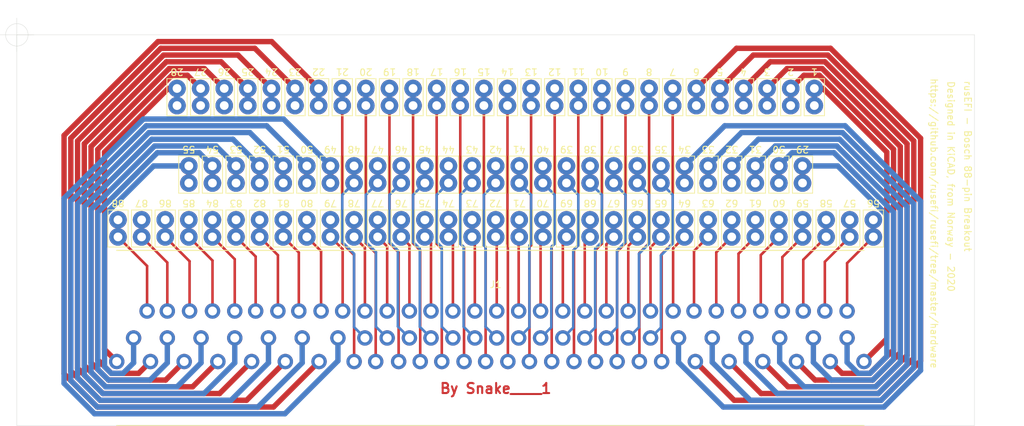
<source format=kicad_pcb>
(kicad_pcb (version 20171130) (host pcbnew "(5.1.5)-3")
  (title_block (title "88 Pin Vag Breakout") (date 2020-06-03) (rev R0.1) (company rusEFI) (comment 1 Snake____1))
  (layers (0 F.Cu signal) (31 B.Cu signal) (34 B.Paste user) (35 F.Paste user) (36 B.SilkS user) (37 F.SilkS user) (38 B.Mask user) (39 F.Mask user) (44 Edge.Cuts user))
  (net 0 "")
  (net 1 "Net-(J1-Pad1)")
  (net 2 "Net-(J1-Pad2)")
  (net 3 "Net-(J1-Pad3)")
  (net 4 "Net-(J1-Pad4)")
  (net 5 "Net-(J1-Pad5)")
  (net 6 "Net-(J1-Pad6)")
  (net 7 "Net-(J1-Pad7)")
  (net 8 "Net-(J1-Pad8)")
  (net 9 "Net-(J1-Pad9)")
  (net 10 "Net-(J1-Pad10)")
  (net 11 "Net-(J1-Pad11)")
  (net 12 "Net-(J1-Pad12)")
  (net 13 "Net-(J1-Pad13)")
  (net 14 "Net-(J1-Pad14)")
  (net 15 "Net-(J1-Pad15)")
  (net 16 "Net-(J1-Pad16)")
  (net 17 "Net-(J1-Pad17)")
  (net 18 "Net-(J1-Pad18)")
  (net 19 "Net-(J1-Pad19)")
  (net 20 "Net-(J1-Pad20)")
  (net 21 "Net-(J1-Pad21)")
  (net 22 "Net-(J1-Pad22)")
  (net 23 "Net-(J1-Pad23)")
  (net 24 "Net-(J1-Pad24)")
  (net 25 "Net-(J1-Pad25)")
  (net 26 "Net-(J1-Pad26)")
  (net 27 "Net-(J1-Pad27)")
  (net 28 "Net-(J1-Pad28)")
  (net 29 "Net-(J1-Pad29)")
  (net 30 "Net-(J1-Pad30)")
  (net 31 "Net-(J1-Pad31)")
  (net 32 "Net-(J1-Pad32)")
  (net 33 "Net-(J1-Pad33)")
  (net 34 "Net-(J1-Pad34)")
  (net 35 "Net-(J1-Pad35)")
  (net 36 "Net-(J1-Pad36)")
  (net 37 "Net-(J1-Pad37)")
  (net 38 "Net-(J1-Pad38)")
  (net 39 "Net-(J1-Pad39)")
  (net 40 "Net-(J1-Pad40)")
  (net 41 "Net-(J1-Pad41)")
  (net 42 "Net-(J1-Pad42)")
  (net 43 "Net-(J1-Pad43)")
  (net 44 "Net-(J1-Pad44)")
  (net 45 "Net-(J1-Pad45)")
  (net 46 "Net-(J1-Pad46)")
  (net 47 "Net-(J1-Pad47)")
  (net 48 "Net-(J1-Pad48)")
  (net 49 "Net-(J1-Pad49)")
  (net 50 "Net-(J1-Pad50)")
  (net 51 "Net-(J1-Pad51)")
  (net 52 "Net-(J1-Pad52)")
  (net 53 "Net-(J1-Pad53)")
  (net 54 "Net-(J1-Pad54)")
  (net 55 "Net-(J1-Pad55)")
  (net 56 "Net-(J1-Pad56)")
  (net 57 "Net-(J1-Pad57)")
  (net 58 "Net-(J1-Pad58)")
  (net 59 "Net-(J1-Pad59)")
  (net 60 "Net-(J1-Pad60)")
  (net 61 "Net-(J1-Pad61)")
  (net 62 "Net-(J1-Pad62)")
  (net 63 "Net-(J1-Pad63)")
  (net 64 "Net-(J1-Pad64)")
  (net 65 "Net-(J1-Pad65)")
  (net 66 "Net-(J1-Pad66)")
  (net 67 "Net-(J1-Pad67)")
  (net 68 "Net-(J1-Pad68)")
  (net 69 "Net-(J1-Pad69)")
  (net 70 "Net-(J1-Pad70)")
  (net 71 "Net-(J1-Pad71)")
  (net 72 "Net-(J1-Pad72)")
  (net 73 "Net-(J1-Pad73)")
  (net 74 "Net-(J1-Pad74)")
  (net 75 "Net-(J1-Pad75)")
  (net 76 "Net-(J1-Pad76)")
  (net 77 "Net-(J1-Pad77)")
  (net 78 "Net-(J1-Pad78)")
  (net 79 "Net-(J1-Pad79)")
  (net 80 "Net-(J1-Pad80)")
  (net 81 "Net-(J1-Pad81)")
  (net 82 "Net-(J1-Pad82)")
  (net 83 "Net-(J1-Pad83)")
  (net 84 "Net-(J1-Pad84)")
  (net 85 "Net-(J1-Pad85)")
  (net 86 "Net-(J1-Pad86)")
  (net 87 "Net-(J1-Pad87)")
  (net 88 "Net-(J1-Pad88)")
  (module rusefi_lib:BOSCH-88pin (layer F.Cu) (at 146 123.5 180)
    (fp_text reference J1 (at 0 11.43) (layer F.SilkS))
    (fp_text value BOSCH_88PIN_02X44)
    (pad 1 thru_hole circle (at -54.61 0 180) (size 2.286 2.286) (drill 1.321) (layers *.Cu *.Mask) (net 1 "Net-(J1-Pad1)"))
    (pad 2 thru_hole circle (at -49.61 0 180) (size 2.286 2.286) (drill 1.321) (layers *.Cu *.Mask) (net 2 "Net-(J1-Pad2)"))
    (pad 3 thru_hole circle (at -44.61 0 180) (size 2.286 2.286) (drill 1.321) (layers *.Cu *.Mask) (net 3 "Net-(J1-Pad3)"))
    (pad 4 thru_hole circle (at -39.61 0 180) (size 2.286 2.286) (drill 1.321) (layers *.Cu *.Mask) (net 4 "Net-(J1-Pad4)"))
    (pad 5 thru_hole circle (at -34.61 0 180) (size 2.286 2.286) (drill 1.321) (layers *.Cu *.Mask) (net 5 "Net-(J1-Pad5)"))
    (pad 6 thru_hole circle (at -29.61 0 180) (size 2.286 2.286) (drill 1.321) (layers *.Cu *.Mask) (net 6 "Net-(J1-Pad6)"))
    (pad 7 thru_hole circle (at -24.61 0 180) (size 2.286 2.286) (drill 1.321) (layers *.Cu *.Mask) (net 7 "Net-(J1-Pad7)"))
    (pad 8 thru_hole circle (at -21.31 0 180) (size 2.286 2.286) (drill 1.321) (layers *.Cu *.Mask) (net 8 "Net-(J1-Pad8)"))
    (pad 9 thru_hole circle (at -18.01 0 180) (size 2.286 2.286) (drill 1.321) (layers *.Cu *.Mask) (net 9 "Net-(J1-Pad9)"))
    (pad 10 thru_hole circle (at -14.81 0 180) (size 2.286 2.286) (drill 1.321) (layers *.Cu *.Mask) (net 10 "Net-(J1-Pad10)"))
    (pad 11 thru_hole circle (at -11.61 0 180) (size 2.286 2.286) (drill 1.321) (layers *.Cu *.Mask) (net 11 "Net-(J1-Pad11)"))
    (pad 12 thru_hole circle (at -8.31 0 180) (size 2.286 2.286) (drill 1.321) (layers *.Cu *.Mask) (net 12 "Net-(J1-Pad12)"))
    (pad 13 thru_hole circle (at -5.01 0 180) (size 2.286 2.286) (drill 1.321) (layers *.Cu *.Mask) (net 13 "Net-(J1-Pad13)"))
    (pad 14 thru_hole circle (at -1.81 0 180) (size 2.286 2.286) (drill 1.321) (layers *.Cu *.Mask) (net 14 "Net-(J1-Pad14)"))
    (pad 15 thru_hole circle (at 1.49 0 180) (size 2.286 2.286) (drill 1.321) (layers *.Cu *.Mask) (net 15 "Net-(J1-Pad15)"))
    (pad 16 thru_hole circle (at 4.69 0 180) (size 2.286 2.286) (drill 1.321) (layers *.Cu *.Mask) (net 16 "Net-(J1-Pad16)"))
    (pad 17 thru_hole circle (at 7.99 0 180) (size 2.286 2.286) (drill 1.321) (layers *.Cu *.Mask) (net 17 "Net-(J1-Pad17)"))
    (pad 18 thru_hole circle (at 11.19 0 180) (size 2.286 2.286) (drill 1.321) (layers *.Cu *.Mask) (net 18 "Net-(J1-Pad18)"))
    (pad 19 thru_hole circle (at 14.39 0 180) (size 2.286 2.286) (drill 1.321) (layers *.Cu *.Mask) (net 19 "Net-(J1-Pad19)"))
    (pad 20 thru_hole circle (at 17.79 0 180) (size 2.286 2.286) (drill 1.321) (layers *.Cu *.Mask) (net 20 "Net-(J1-Pad20)"))
    (pad 21 thru_hole circle (at 20.99 0 180) (size 2.286 2.286) (drill 1.321) (layers *.Cu *.Mask) (net 21 "Net-(J1-Pad21)"))
    (pad 22 thru_hole circle (at 26.19 0 180) (size 2.286 2.286) (drill 1.321) (layers *.Cu *.Mask) (net 22 "Net-(J1-Pad22)"))
    (pad 23 thru_hole circle (at 31.19 0 180) (size 2.286 2.286) (drill 1.321) (layers *.Cu *.Mask) (net 23 "Net-(J1-Pad23)"))
    (pad 24 thru_hole circle (at 36.19 0 180) (size 2.286 2.286) (drill 1.321) (layers *.Cu *.Mask) (net 24 "Net-(J1-Pad24)"))
    (pad 25 thru_hole circle (at 41.19 0 180) (size 2.286 2.286) (drill 1.321) (layers *.Cu *.Mask) (net 25 "Net-(J1-Pad25)"))
    (pad 26 thru_hole circle (at 46.19 0 180) (size 2.286 2.286) (drill 1.321) (layers *.Cu *.Mask) (net 26 "Net-(J1-Pad26)"))
    (pad 27 thru_hole circle (at 51.19 0 180) (size 2.286 2.286) (drill 1.321) (layers *.Cu *.Mask) (net 27 "Net-(J1-Pad27)"))
    (pad 28 thru_hole circle (at 56.19 0 180) (size 2.286 2.286) (drill 1.321) (layers *.Cu *.Mask) (net 28 "Net-(J1-Pad28)"))
    (pad 29 thru_hole circle (at -52.11 3.5 180) (size 2.286 2.286) (drill 1.321) (layers *.Cu *.Mask) (net 29 "Net-(J1-Pad29)"))
    (pad 30 thru_hole circle (at -47.11 3.5 180) (size 2.286 2.286) (drill 1.321) (layers *.Cu *.Mask) (net 30 "Net-(J1-Pad30)"))
    (pad 31 thru_hole circle (at -42.11 3.5 180) (size 2.286 2.286) (drill 1.321) (layers *.Cu *.Mask) (net 31 "Net-(J1-Pad31)"))
    (pad 32 thru_hole circle (at -37.11 3.5 180) (size 2.286 2.286) (drill 1.321) (layers *.Cu *.Mask) (net 32 "Net-(J1-Pad32)"))
    (pad 33 thru_hole circle (at -32.11 3.5 180) (size 2.286 2.286) (drill 1.321) (layers *.Cu *.Mask) (net 33 "Net-(J1-Pad33)"))
    (pad 34 thru_hole circle (at -27.11 3.5 180) (size 2.286 2.286) (drill 1.321) (layers *.Cu *.Mask) (net 34 "Net-(J1-Pad34)"))
    (pad 35 thru_hole circle (at -22.96 3.5 180) (size 2.286 2.286) (drill 1.321) (layers *.Cu *.Mask) (net 35 "Net-(J1-Pad35)"))
    (pad 36 thru_hole circle (at -19.66 3.5 180) (size 2.286 2.286) (drill 1.321) (layers *.Cu *.Mask) (net 36 "Net-(J1-Pad36)"))
    (pad 37 thru_hole circle (at -16.41 3.5 180) (size 2.286 2.286) (drill 1.321) (layers *.Cu *.Mask) (net 37 "Net-(J1-Pad37)"))
    (pad 38 thru_hole circle (at -13.21 3.5 180) (size 2.286 2.286) (drill 1.321) (layers *.Cu *.Mask) (net 38 "Net-(J1-Pad38)"))
    (pad 39 thru_hole circle (at -9.96 3.5 180) (size 2.286 2.286) (drill 1.321) (layers *.Cu *.Mask) (net 39 "Net-(J1-Pad39)"))
    (pad 40 thru_hole circle (at -6.66 3.5 180) (size 2.286 2.286) (drill 1.321) (layers *.Cu *.Mask) (net 40 "Net-(J1-Pad40)"))
    (pad 41 thru_hole circle (at -3.41 3.5 180) (size 2.286 2.286) (drill 1.321) (layers *.Cu *.Mask) (net 41 "Net-(J1-Pad41)"))
    (pad 42 thru_hole circle (at -0.16 3.5 180) (size 2.286 2.286) (drill 1.321) (layers *.Cu *.Mask) (net 42 "Net-(J1-Pad42)"))
    (pad 43 thru_hole circle (at 3.09 3.5 180) (size 2.286 2.286) (drill 1.321) (layers *.Cu *.Mask) (net 43 "Net-(J1-Pad43)"))
    (pad 44 thru_hole circle (at 6.34 3.5 180) (size 2.286 2.286) (drill 1.321) (layers *.Cu *.Mask) (net 44 "Net-(J1-Pad44)"))
    (pad 45 thru_hole circle (at 9.59 3.5 180) (size 2.286 2.286) (drill 1.321) (layers *.Cu *.Mask) (net 45 "Net-(J1-Pad45)"))
    (pad 46 thru_hole circle (at 12.79 3.5 180) (size 2.286 2.286) (drill 1.321) (layers *.Cu *.Mask) (net 46 "Net-(J1-Pad46)"))
    (pad 47 thru_hole circle (at 16.09 3.5 180) (size 2.286 2.286) (drill 1.321) (layers *.Cu *.Mask) (net 47 "Net-(J1-Pad47)"))
    (pad 48 thru_hole circle (at 19.39 3.5 180) (size 2.286 2.286) (drill 1.321) (layers *.Cu *.Mask) (net 48 "Net-(J1-Pad48)"))
    (pad 49 thru_hole circle (at 23.39 3.5 180) (size 2.286 2.286) (drill 1.321) (layers *.Cu *.Mask) (net 49 "Net-(J1-Pad49)"))
    (pad 50 thru_hole circle (at 28.69 3.5 180) (size 2.286 2.286) (drill 1.321) (layers *.Cu *.Mask) (net 50 "Net-(J1-Pad50)"))
    (pad 51 thru_hole circle (at 33.69 3.5 180) (size 2.286 2.286) (drill 1.321) (layers *.Cu *.Mask) (net 51 "Net-(J1-Pad51)"))
    (pad 52 thru_hole circle (at 38.69 3.5 180) (size 2.286 2.286) (drill 1.321) (layers *.Cu *.Mask) (net 52 "Net-(J1-Pad52)"))
    (pad 53 thru_hole circle (at 43.69 3.5 180) (size 2.286 2.286) (drill 1.321) (layers *.Cu *.Mask) (net 53 "Net-(J1-Pad53)"))
    (pad 54 thru_hole circle (at 48.69 3.5 180) (size 2.286 2.286) (drill 1.321) (layers *.Cu *.Mask) (net 54 "Net-(J1-Pad54)"))
    (pad 55 thru_hole circle (at 53.69 3.5 180) (size 2.286 2.286) (drill 1.321) (layers *.Cu *.Mask) (net 55 "Net-(J1-Pad55)"))
    (pad 56 thru_hole circle (at -52.11 7.5 180) (size 2.286 2.286) (drill 1.321) (layers *.Cu *.Mask) (net 56 "Net-(J1-Pad56)"))
    (pad 57 thru_hole circle (at -48.81 7.5 180) (size 2.286 2.286) (drill 1.321) (layers *.Cu *.Mask) (net 57 "Net-(J1-Pad57)"))
    (pad 58 thru_hole circle (at -45.61 7.5 180) (size 2.286 2.286) (drill 1.321) (layers *.Cu *.Mask) (net 58 "Net-(J1-Pad58)"))
    (pad 59 thru_hole circle (at -42.51 7.5 180) (size 2.286 2.286) (drill 1.321) (layers *.Cu *.Mask) (net 59 "Net-(J1-Pad59)"))
    (pad 60 thru_hole circle (at -39.31 7.5 180) (size 2.286 2.286) (drill 1.321) (layers *.Cu *.Mask) (net 60 "Net-(J1-Pad60)"))
    (pad 61 thru_hole circle (at -36.01 7.5 180) (size 2.286 2.286) (drill 1.321) (layers *.Cu *.Mask) (net 61 "Net-(J1-Pad61)"))
    (pad 62 thru_hole circle (at -32.71 7.5 180) (size 2.286 2.286) (drill 1.321) (layers *.Cu *.Mask) (net 62 "Net-(J1-Pad62)"))
    (pad 63 thru_hole circle (at -29.41 7.5 180) (size 2.286 2.286) (drill 1.321) (layers *.Cu *.Mask) (net 63 "Net-(J1-Pad63)"))
    (pad 64 thru_hole circle (at -26.31 7.5 180) (size 2.286 2.286) (drill 1.321) (layers *.Cu *.Mask) (net 64 "Net-(J1-Pad64)"))
    (pad 65 thru_hole circle (at -22.96 7.5 180) (size 2.286 2.286) (drill 1.321) (layers *.Cu *.Mask) (net 65 "Net-(J1-Pad65)"))
    (pad 66 thru_hole circle (at -19.66 7.5 180) (size 2.286 2.286) (drill 1.321) (layers *.Cu *.Mask) (net 66 "Net-(J1-Pad66)"))
    (pad 67 thru_hole circle (at -16.41 7.5 180) (size 2.286 2.286) (drill 1.321) (layers *.Cu *.Mask) (net 67 "Net-(J1-Pad67)"))
    (pad 68 thru_hole circle (at -13.21 7.5 180) (size 2.286 2.286) (drill 1.321) (layers *.Cu *.Mask) (net 68 "Net-(J1-Pad68)"))
    (pad 69 thru_hole circle (at -9.96 7.5 180) (size 2.286 2.286) (drill 1.321) (layers *.Cu *.Mask) (net 69 "Net-(J1-Pad69)"))
    (pad 70 thru_hole circle (at -6.66 7.5 180) (size 2.286 2.286) (drill 1.321) (layers *.Cu *.Mask) (net 70 "Net-(J1-Pad70)"))
    (pad 71 thru_hole circle (at -3.41 7.5 180) (size 2.286 2.286) (drill 1.321) (layers *.Cu *.Mask) (net 71 "Net-(J1-Pad71)"))
    (pad 72 thru_hole circle (at -0.16 7.5 180) (size 2.286 2.286) (drill 1.321) (layers *.Cu *.Mask) (net 72 "Net-(J1-Pad72)"))
    (pad 73 thru_hole circle (at 3.09 7.5 180) (size 2.286 2.286) (drill 1.321) (layers *.Cu *.Mask) (net 73 "Net-(J1-Pad73)"))
    (pad 74 thru_hole circle (at 6.34 7.5 180) (size 2.286 2.286) (drill 1.321) (layers *.Cu *.Mask) (net 74 "Net-(J1-Pad74)"))
    (pad 75 thru_hole circle (at 9.59 7.5 180) (size 2.286 2.286) (drill 1.321) (layers *.Cu *.Mask) (net 75 "Net-(J1-Pad75)"))
    (pad 76 thru_hole circle (at 12.79 7.5 180) (size 2.286 2.286) (drill 1.321) (layers *.Cu *.Mask) (net 76 "Net-(J1-Pad76)"))
    (pad 77 thru_hole circle (at 16.09 7.5 180) (size 2.286 2.286) (drill 1.321) (layers *.Cu *.Mask) (net 77 "Net-(J1-Pad77)"))
    (pad 78 thru_hole circle (at 19.39 7.5 180) (size 2.286 2.286) (drill 1.321) (layers *.Cu *.Mask) (net 78 "Net-(J1-Pad78)"))
    (pad 79 thru_hole circle (at 22.69 7.5 180) (size 2.286 2.286) (drill 1.321) (layers *.Cu *.Mask) (net 79 "Net-(J1-Pad79)"))
    (pad 80 thru_hole circle (at 25.89 7.5 180) (size 2.286 2.286) (drill 1.321) (layers *.Cu *.Mask) (net 80 "Net-(J1-Pad80)"))
    (pad 81 thru_hole circle (at 29.19 7.5 180) (size 2.286 2.286) (drill 1.321) (layers *.Cu *.Mask) (net 81 "Net-(J1-Pad81)"))
    (pad 82 thru_hole circle (at 32.29 7.5 180) (size 2.286 2.286) (drill 1.321) (layers *.Cu *.Mask) (net 82 "Net-(J1-Pad82)"))
    (pad 83 thru_hole circle (at 35.59 7.5 180) (size 2.286 2.286) (drill 1.321) (layers *.Cu *.Mask) (net 83 "Net-(J1-Pad83)"))
    (pad 84 thru_hole circle (at 38.69 7.5 180) (size 2.286 2.286) (drill 1.321) (layers *.Cu *.Mask) (net 84 "Net-(J1-Pad84)"))
    (pad 85 thru_hole circle (at 41.99 7.5 180) (size 2.286 2.286) (drill 1.321) (layers *.Cu *.Mask) (net 85 "Net-(J1-Pad85)"))
    (pad 86 thru_hole circle (at 45.39 7.5 180) (size 2.286 2.286) (drill 1.321) (layers *.Cu *.Mask) (net 86 "Net-(J1-Pad86)"))
    (pad 87 thru_hole circle (at 48.69 7.5 180) (size 2.286 2.286) (drill 1.321) (layers *.Cu *.Mask) (net 87 "Net-(J1-Pad87)"))
    (pad 88 thru_hole circle (at 51.69 7.5 180) (size 2.286 2.286) (drill 1.321) (layers *.Cu *.Mask) (net 88 "Net-(J1-Pad88)"))
  )
  (module TestPoint:TestPoint_Bridge_Pitch2.54mm_Drill1.3mm (layer F.Cu) (at 193.25 85.5 90)
    (fp_text reference J2 hide)
    (fp_text value Pin1)
    (pad 1 thru_hole circle (at 0 0 90) (size 2.6 2.6) (drill 1.3) (layers *.Cu *.Mask) (net 1 "Net-(J1-Pad1)"))
    (pad 1 thru_hole circle (at 2.54 0 90) (size 2.6 2.6) (drill 1.3) (layers *.Cu *.Mask) (net 1 "Net-(J1-Pad1)"))
  )
  (module TestPoint:TestPoint_Bridge_Pitch2.54mm_Drill1.3mm (layer F.Cu) (at 186.25 85.5 90)
    (fp_text reference J3 hide)
    (fp_text value Pin3)
    (pad 1 thru_hole circle (at 2.54 0 90) (size 2.6 2.6) (drill 1.3) (layers *.Cu *.Mask) (net 3 "Net-(J1-Pad3)"))
    (pad 1 thru_hole circle (at 0 0 90) (size 2.6 2.6) (drill 1.3) (layers *.Cu *.Mask) (net 3 "Net-(J1-Pad3)"))
  )
  (module TestPoint:TestPoint_Bridge_Pitch2.54mm_Drill1.3mm (layer F.Cu) (at 179.25 85.5 90)
    (fp_text reference J4 hide)
    (fp_text value Pin5)
    (pad 1 thru_hole circle (at 0 0 90) (size 2.6 2.6) (drill 1.3) (layers *.Cu *.Mask) (net 5 "Net-(J1-Pad5)"))
    (pad 1 thru_hole circle (at 2.54 0 90) (size 2.6 2.6) (drill 1.3) (layers *.Cu *.Mask) (net 5 "Net-(J1-Pad5)"))
  )
  (module TestPoint:TestPoint_Bridge_Pitch2.54mm_Drill1.3mm (layer F.Cu) (at 172.25 85.5 90)
    (fp_text reference J5 hide)
    (fp_text value Pin7)
    (pad 1 thru_hole circle (at 2.54 0 90) (size 2.6 2.6) (drill 1.3) (layers *.Cu *.Mask) (net 7 "Net-(J1-Pad7)"))
    (pad 1 thru_hole circle (at 0 0 90) (size 2.6 2.6) (drill 1.3) (layers *.Cu *.Mask) (net 7 "Net-(J1-Pad7)"))
  )
  (module TestPoint:TestPoint_Bridge_Pitch2.54mm_Drill1.3mm (layer F.Cu) (at 165.25 85.5 90)
    (fp_text reference J6 hide)
    (fp_text value Pin9)
    (pad 1 thru_hole circle (at 0 0 90) (size 2.6 2.6) (drill 1.3) (layers *.Cu *.Mask) (net 9 "Net-(J1-Pad9)"))
    (pad 1 thru_hole circle (at 2.54 0 90) (size 2.6 2.6) (drill 1.3) (layers *.Cu *.Mask) (net 9 "Net-(J1-Pad9)"))
  )
  (module TestPoint:TestPoint_Bridge_Pitch2.54mm_Drill1.3mm (layer F.Cu) (at 158.25 85.5 90)
    (fp_text reference J7 hide)
    (fp_text value Pin11)
    (pad 1 thru_hole circle (at 0 0 90) (size 2.6 2.6) (drill 1.3) (layers *.Cu *.Mask) (net 11 "Net-(J1-Pad11)"))
    (pad 1 thru_hole circle (at 2.54 0 90) (size 2.6 2.6) (drill 1.3) (layers *.Cu *.Mask) (net 11 "Net-(J1-Pad11)"))
  )
  (module TestPoint:TestPoint_Bridge_Pitch2.54mm_Drill1.3mm (layer F.Cu) (at 151.25 85.5 90)
    (fp_text reference J8 hide)
    (fp_text value Pin13)
    (pad 1 thru_hole circle (at 2.54 0 90) (size 2.6 2.6) (drill 1.3) (layers *.Cu *.Mask) (net 13 "Net-(J1-Pad13)"))
    (pad 1 thru_hole circle (at 0 0 90) (size 2.6 2.6) (drill 1.3) (layers *.Cu *.Mask) (net 13 "Net-(J1-Pad13)"))
  )
  (module TestPoint:TestPoint_Bridge_Pitch2.54mm_Drill1.3mm (layer F.Cu) (at 144.25 85.5 90)
    (fp_text reference J9 hide)
    (fp_text value Pin15)
    (pad 1 thru_hole circle (at 0 0 90) (size 2.6 2.6) (drill 1.3) (layers *.Cu *.Mask) (net 15 "Net-(J1-Pad15)"))
    (pad 1 thru_hole circle (at 2.54 0 90) (size 2.6 2.6) (drill 1.3) (layers *.Cu *.Mask) (net 15 "Net-(J1-Pad15)"))
  )
  (module TestPoint:TestPoint_Bridge_Pitch2.54mm_Drill1.3mm (layer F.Cu) (at 137.25 85.5 90)
    (fp_text reference J10 hide)
    (fp_text value Pin17)
    (pad 1 thru_hole circle (at 2.54 0 90) (size 2.6 2.6) (drill 1.3) (layers *.Cu *.Mask) (net 17 "Net-(J1-Pad17)"))
    (pad 1 thru_hole circle (at 0 0 90) (size 2.6 2.6) (drill 1.3) (layers *.Cu *.Mask) (net 17 "Net-(J1-Pad17)"))
  )
  (module TestPoint:TestPoint_Bridge_Pitch2.54mm_Drill1.3mm (layer F.Cu) (at 130.25 85.5 90)
    (fp_text reference J11 hide)
    (fp_text value Pin19)
    (pad 1 thru_hole circle (at 0 0 90) (size 2.6 2.6) (drill 1.3) (layers *.Cu *.Mask) (net 19 "Net-(J1-Pad19)"))
    (pad 1 thru_hole circle (at 2.54 0 90) (size 2.6 2.6) (drill 1.3) (layers *.Cu *.Mask) (net 19 "Net-(J1-Pad19)"))
  )
  (module TestPoint:TestPoint_Bridge_Pitch2.54mm_Drill1.3mm (layer F.Cu) (at 123.25 85.5 90)
    (fp_text reference J12 hide)
    (fp_text value Pin21)
    (pad 1 thru_hole circle (at 0 0 90) (size 2.6 2.6) (drill 1.3) (layers *.Cu *.Mask) (net 21 "Net-(J1-Pad21)"))
    (pad 1 thru_hole circle (at 2.54 0 90) (size 2.6 2.6) (drill 1.3) (layers *.Cu *.Mask) (net 21 "Net-(J1-Pad21)"))
  )
  (module TestPoint:TestPoint_Bridge_Pitch2.54mm_Drill1.3mm (layer F.Cu) (at 116.25 85.5 90)
    (fp_text reference J13 hide)
    (fp_text value Pin23)
    (pad 1 thru_hole circle (at 0 0 90) (size 2.6 2.6) (drill 1.3) (layers *.Cu *.Mask) (net 23 "Net-(J1-Pad23)"))
    (pad 1 thru_hole circle (at 2.54 0 90) (size 2.6 2.6) (drill 1.3) (layers *.Cu *.Mask) (net 23 "Net-(J1-Pad23)"))
  )
  (module TestPoint:TestPoint_Bridge_Pitch2.54mm_Drill1.3mm (layer F.Cu) (at 109.25 85.5 90)
    (fp_text reference J14 hide)
    (fp_text value Pin25)
    (pad 1 thru_hole circle (at 2.54 0 90) (size 2.6 2.6) (drill 1.3) (layers *.Cu *.Mask) (net 25 "Net-(J1-Pad25)"))
    (pad 1 thru_hole circle (at 0 0 90) (size 2.6 2.6) (drill 1.3) (layers *.Cu *.Mask) (net 25 "Net-(J1-Pad25)"))
  )
  (module TestPoint:TestPoint_Bridge_Pitch2.54mm_Drill1.3mm (layer F.Cu) (at 102.25 85.5 90)
    (fp_text reference J15 hide)
    (fp_text value Pin27)
    (pad 1 thru_hole circle (at 0 0 90) (size 2.6 2.6) (drill 1.3) (layers *.Cu *.Mask) (net 27 "Net-(J1-Pad27)"))
    (pad 1 thru_hole circle (at 2.54 0 90) (size 2.6 2.6) (drill 1.3) (layers *.Cu *.Mask) (net 27 "Net-(J1-Pad27)"))
  )
  (module TestPoint:TestPoint_Bridge_Pitch2.54mm_Drill1.3mm (layer F.Cu) (at 191.5 97 90)
    (fp_text reference J16 hide)
    (fp_text value Pin29)
    (pad 1 thru_hole circle (at 2.54 0 90) (size 2.6 2.6) (drill 1.3) (layers *.Cu *.Mask) (net 29 "Net-(J1-Pad29)"))
    (pad 1 thru_hole circle (at 0 0 90) (size 2.6 2.6) (drill 1.3) (layers *.Cu *.Mask) (net 29 "Net-(J1-Pad29)"))
  )
  (module TestPoint:TestPoint_Bridge_Pitch2.54mm_Drill1.3mm (layer F.Cu) (at 184.5 97 90)
    (fp_text reference J17 hide)
    (fp_text value Pin31)
    (pad 1 thru_hole circle (at 0 0 90) (size 2.6 2.6) (drill 1.3) (layers *.Cu *.Mask) (net 31 "Net-(J1-Pad31)"))
    (pad 1 thru_hole circle (at 2.54 0 90) (size 2.6 2.6) (drill 1.3) (layers *.Cu *.Mask) (net 31 "Net-(J1-Pad31)"))
  )
  (module TestPoint:TestPoint_Bridge_Pitch2.54mm_Drill1.3mm (layer F.Cu) (at 177.5 97 90)
    (fp_text reference J18 hide)
    (fp_text value Pin33)
    (pad 1 thru_hole circle (at 2.54 0 90) (size 2.6 2.6) (drill 1.3) (layers *.Cu *.Mask) (net 33 "Net-(J1-Pad33)"))
    (pad 1 thru_hole circle (at 0 0 90) (size 2.6 2.6) (drill 1.3) (layers *.Cu *.Mask) (net 33 "Net-(J1-Pad33)"))
  )
  (module TestPoint:TestPoint_Bridge_Pitch2.54mm_Drill1.3mm (layer F.Cu) (at 170.5 97 90)
    (fp_text reference J19 hide)
    (fp_text value Pin35)
    (pad 1 thru_hole circle (at 0 0 90) (size 2.6 2.6) (drill 1.3) (layers *.Cu *.Mask) (net 35 "Net-(J1-Pad35)"))
    (pad 1 thru_hole circle (at 2.54 0 90) (size 2.6 2.6) (drill 1.3) (layers *.Cu *.Mask) (net 35 "Net-(J1-Pad35)"))
  )
  (module TestPoint:TestPoint_Bridge_Pitch2.54mm_Drill1.3mm (layer F.Cu) (at 163.5 97 90)
    (fp_text reference J20 hide)
    (fp_text value Pin37)
    (pad 1 thru_hole circle (at 2.54 0 90) (size 2.6 2.6) (drill 1.3) (layers *.Cu *.Mask) (net 37 "Net-(J1-Pad37)"))
    (pad 1 thru_hole circle (at 0 0 90) (size 2.6 2.6) (drill 1.3) (layers *.Cu *.Mask) (net 37 "Net-(J1-Pad37)"))
  )
  (module TestPoint:TestPoint_Bridge_Pitch2.54mm_Drill1.3mm (layer F.Cu) (at 156.5 97 90)
    (fp_text reference J21 hide)
    (fp_text value Pin39)
    (pad 1 thru_hole circle (at 0 0 90) (size 2.6 2.6) (drill 1.3) (layers *.Cu *.Mask) (net 39 "Net-(J1-Pad39)"))
    (pad 1 thru_hole circle (at 2.54 0 90) (size 2.6 2.6) (drill 1.3) (layers *.Cu *.Mask) (net 39 "Net-(J1-Pad39)"))
  )
  (module TestPoint:TestPoint_Bridge_Pitch2.54mm_Drill1.3mm (layer F.Cu) (at 149.5 97 90)
    (fp_text reference J22 hide)
    (fp_text value Pin41)
    (pad 1 thru_hole circle (at 2.54 0 90) (size 2.6 2.6) (drill 1.3) (layers *.Cu *.Mask) (net 41 "Net-(J1-Pad41)"))
    (pad 1 thru_hole circle (at 0 0 90) (size 2.6 2.6) (drill 1.3) (layers *.Cu *.Mask) (net 41 "Net-(J1-Pad41)"))
  )
  (module TestPoint:TestPoint_Bridge_Pitch2.54mm_Drill1.3mm (layer F.Cu) (at 142.5 97 90)
    (fp_text reference J23 hide)
    (fp_text value Pin43)
    (pad 1 thru_hole circle (at 2.54 0 90) (size 2.6 2.6) (drill 1.3) (layers *.Cu *.Mask) (net 43 "Net-(J1-Pad43)"))
    (pad 1 thru_hole circle (at 0 0 90) (size 2.6 2.6) (drill 1.3) (layers *.Cu *.Mask) (net 43 "Net-(J1-Pad43)"))
  )
  (module TestPoint:TestPoint_Bridge_Pitch2.54mm_Drill1.3mm (layer F.Cu) (at 135.5 97 90)
    (fp_text reference J24 hide)
    (fp_text value Pin45)
    (pad 1 thru_hole circle (at 0 0 90) (size 2.6 2.6) (drill 1.3) (layers *.Cu *.Mask) (net 45 "Net-(J1-Pad45)"))
    (pad 1 thru_hole circle (at 2.54 0 90) (size 2.6 2.6) (drill 1.3) (layers *.Cu *.Mask) (net 45 "Net-(J1-Pad45)"))
  )
  (module TestPoint:TestPoint_Bridge_Pitch2.54mm_Drill1.3mm (layer F.Cu) (at 128.5 97 90)
    (fp_text reference J25 hide)
    (fp_text value Pin47)
    (pad 1 thru_hole circle (at 2.54 0 90) (size 2.6 2.6) (drill 1.3) (layers *.Cu *.Mask) (net 47 "Net-(J1-Pad47)"))
    (pad 1 thru_hole circle (at 0 0 90) (size 2.6 2.6) (drill 1.3) (layers *.Cu *.Mask) (net 47 "Net-(J1-Pad47)"))
  )
  (module TestPoint:TestPoint_Bridge_Pitch2.54mm_Drill1.3mm (layer F.Cu) (at 121.5 97 90)
    (fp_text reference J26 hide)
    (fp_text value Pin49)
    (pad 1 thru_hole circle (at 0 0 90) (size 2.6 2.6) (drill 1.3) (layers *.Cu *.Mask) (net 49 "Net-(J1-Pad49)"))
    (pad 1 thru_hole circle (at 2.54 0 90) (size 2.6 2.6) (drill 1.3) (layers *.Cu *.Mask) (net 49 "Net-(J1-Pad49)"))
  )
  (module TestPoint:TestPoint_Bridge_Pitch2.54mm_Drill1.3mm (layer F.Cu) (at 114.5 97 90)
    (fp_text reference J27 hide)
    (fp_text value Pin51)
    (pad 1 thru_hole circle (at 2.54 0 90) (size 2.6 2.6) (drill 1.3) (layers *.Cu *.Mask) (net 51 "Net-(J1-Pad51)"))
    (pad 1 thru_hole circle (at 0 0 90) (size 2.6 2.6) (drill 1.3) (layers *.Cu *.Mask) (net 51 "Net-(J1-Pad51)"))
  )
  (module TestPoint:TestPoint_Bridge_Pitch2.54mm_Drill1.3mm (layer F.Cu) (at 107.5 97 90)
    (fp_text reference J28 hide)
    (fp_text value Pin53)
    (pad 1 thru_hole circle (at 0 0 90) (size 2.6 2.6) (drill 1.3) (layers *.Cu *.Mask) (net 53 "Net-(J1-Pad53)"))
    (pad 1 thru_hole circle (at 2.54 0 90) (size 2.6 2.6) (drill 1.3) (layers *.Cu *.Mask) (net 53 "Net-(J1-Pad53)"))
  )
  (module TestPoint:TestPoint_Bridge_Pitch2.54mm_Drill1.3mm (layer F.Cu) (at 100.5 97 90)
    (fp_text reference J29 hide)
    (fp_text value Pin55)
    (pad 1 thru_hole circle (at 2.54 0 90) (size 2.6 2.6) (drill 1.3) (layers *.Cu *.Mask) (net 55 "Net-(J1-Pad55)"))
    (pad 1 thru_hole circle (at 0 0 90) (size 2.6 2.6) (drill 1.3) (layers *.Cu *.Mask) (net 55 "Net-(J1-Pad55)"))
  )
  (module TestPoint:TestPoint_Bridge_Pitch2.54mm_Drill1.3mm (layer F.Cu) (at 198.5 105 90)
    (fp_text reference J30 hide)
    (fp_text value Pin57)
    (pad 1 thru_hole circle (at 0 0 90) (size 2.6 2.6) (drill 1.3) (layers *.Cu *.Mask) (net 57 "Net-(J1-Pad57)"))
    (pad 1 thru_hole circle (at 2.54 0 90) (size 2.6 2.6) (drill 1.3) (layers *.Cu *.Mask) (net 57 "Net-(J1-Pad57)"))
  )
  (module TestPoint:TestPoint_Bridge_Pitch2.54mm_Drill1.3mm (layer F.Cu) (at 191.5 105 90)
    (fp_text reference J31 hide)
    (fp_text value Pin59)
    (pad 1 thru_hole circle (at 2.54 0 90) (size 2.6 2.6) (drill 1.3) (layers *.Cu *.Mask) (net 59 "Net-(J1-Pad59)"))
    (pad 1 thru_hole circle (at 0 0 90) (size 2.6 2.6) (drill 1.3) (layers *.Cu *.Mask) (net 59 "Net-(J1-Pad59)"))
  )
  (module TestPoint:TestPoint_Bridge_Pitch2.54mm_Drill1.3mm (layer F.Cu) (at 184.5 105 90)
    (fp_text reference J32 hide)
    (fp_text value Pin61)
    (pad 1 thru_hole circle (at 0 0 90) (size 2.6 2.6) (drill 1.3) (layers *.Cu *.Mask) (net 61 "Net-(J1-Pad61)"))
    (pad 1 thru_hole circle (at 2.54 0 90) (size 2.6 2.6) (drill 1.3) (layers *.Cu *.Mask) (net 61 "Net-(J1-Pad61)"))
  )
  (module TestPoint:TestPoint_Bridge_Pitch2.54mm_Drill1.3mm (layer F.Cu) (at 177.5 105 90)
    (fp_text reference J33 hide)
    (fp_text value Pin63)
    (pad 1 thru_hole circle (at 2.54 0 90) (size 2.6 2.6) (drill 1.3) (layers *.Cu *.Mask) (net 63 "Net-(J1-Pad63)"))
    (pad 1 thru_hole circle (at 0 0 90) (size 2.6 2.6) (drill 1.3) (layers *.Cu *.Mask) (net 63 "Net-(J1-Pad63)"))
  )
  (module TestPoint:TestPoint_Bridge_Pitch2.54mm_Drill1.3mm (layer F.Cu) (at 170.5 105 90)
    (fp_text reference J34 hide)
    (fp_text value Pin65)
    (pad 1 thru_hole circle (at 2.54 0 90) (size 2.6 2.6) (drill 1.3) (layers *.Cu *.Mask) (net 65 "Net-(J1-Pad65)"))
    (pad 1 thru_hole circle (at 0 0 90) (size 2.6 2.6) (drill 1.3) (layers *.Cu *.Mask) (net 65 "Net-(J1-Pad65)"))
  )
  (module TestPoint:TestPoint_Bridge_Pitch2.54mm_Drill1.3mm (layer F.Cu) (at 163.5 105 90)
    (fp_text reference J35 hide)
    (fp_text value Pin67)
    (pad 1 thru_hole circle (at 2.54 0 90) (size 2.6 2.6) (drill 1.3) (layers *.Cu *.Mask) (net 67 "Net-(J1-Pad67)"))
    (pad 1 thru_hole circle (at 0 0 90) (size 2.6 2.6) (drill 1.3) (layers *.Cu *.Mask) (net 67 "Net-(J1-Pad67)"))
  )
  (module TestPoint:TestPoint_Bridge_Pitch2.54mm_Drill1.3mm (layer F.Cu) (at 156.5 105 90)
    (fp_text reference J36 hide)
    (fp_text value Pin69)
    (pad 1 thru_hole circle (at 0 0 90) (size 2.6 2.6) (drill 1.3) (layers *.Cu *.Mask) (net 69 "Net-(J1-Pad69)"))
    (pad 1 thru_hole circle (at 2.54 0 90) (size 2.6 2.6) (drill 1.3) (layers *.Cu *.Mask) (net 69 "Net-(J1-Pad69)"))
  )
  (module TestPoint:TestPoint_Bridge_Pitch2.54mm_Drill1.3mm (layer F.Cu) (at 149.5 105 90)
    (fp_text reference J37 hide)
    (fp_text value Pin71)
    (pad 1 thru_hole circle (at 2.54 0 90) (size 2.6 2.6) (drill 1.3) (layers *.Cu *.Mask) (net 71 "Net-(J1-Pad71)"))
    (pad 1 thru_hole circle (at 0 0 90) (size 2.6 2.6) (drill 1.3) (layers *.Cu *.Mask) (net 71 "Net-(J1-Pad71)"))
  )
  (module TestPoint:TestPoint_Bridge_Pitch2.54mm_Drill1.3mm (layer F.Cu) (at 142.5 105 90)
    (fp_text reference J38 hide)
    (fp_text value Pin73)
    (pad 1 thru_hole circle (at 0 0 90) (size 2.6 2.6) (drill 1.3) (layers *.Cu *.Mask) (net 73 "Net-(J1-Pad73)"))
    (pad 1 thru_hole circle (at 2.54 0 90) (size 2.6 2.6) (drill 1.3) (layers *.Cu *.Mask) (net 73 "Net-(J1-Pad73)"))
  )
  (module TestPoint:TestPoint_Bridge_Pitch2.54mm_Drill1.3mm (layer F.Cu) (at 135.5 105 90)
    (fp_text reference J39 hide)
    (fp_text value Pin75)
    (pad 1 thru_hole circle (at 2.54 0 90) (size 2.6 2.6) (drill 1.3) (layers *.Cu *.Mask) (net 75 "Net-(J1-Pad75)"))
    (pad 1 thru_hole circle (at 0 0 90) (size 2.6 2.6) (drill 1.3) (layers *.Cu *.Mask) (net 75 "Net-(J1-Pad75)"))
  )
  (module TestPoint:TestPoint_Bridge_Pitch2.54mm_Drill1.3mm (layer F.Cu) (at 128.5 105 90)
    (fp_text reference J40 hide)
    (fp_text value Pin77)
    (pad 1 thru_hole circle (at 0 0 90) (size 2.6 2.6) (drill 1.3) (layers *.Cu *.Mask) (net 77 "Net-(J1-Pad77)"))
    (pad 1 thru_hole circle (at 2.54 0 90) (size 2.6 2.6) (drill 1.3) (layers *.Cu *.Mask) (net 77 "Net-(J1-Pad77)"))
  )
  (module TestPoint:TestPoint_Bridge_Pitch2.54mm_Drill1.3mm (layer F.Cu) (at 121.5 105 90)
    (fp_text reference J41 hide)
    (fp_text value Pin79)
    (pad 1 thru_hole circle (at 2.54 0 90) (size 2.6 2.6) (drill 1.3) (layers *.Cu *.Mask) (net 79 "Net-(J1-Pad79)"))
    (pad 1 thru_hole circle (at 0 0 90) (size 2.6 2.6) (drill 1.3) (layers *.Cu *.Mask) (net 79 "Net-(J1-Pad79)"))
  )
  (module TestPoint:TestPoint_Bridge_Pitch2.54mm_Drill1.3mm (layer F.Cu) (at 114.5 105 90)
    (fp_text reference J42 hide)
    (fp_text value Pin81)
    (pad 1 thru_hole circle (at 0 0 90) (size 2.6 2.6) (drill 1.3) (layers *.Cu *.Mask) (net 81 "Net-(J1-Pad81)"))
    (pad 1 thru_hole circle (at 2.54 0 90) (size 2.6 2.6) (drill 1.3) (layers *.Cu *.Mask) (net 81 "Net-(J1-Pad81)"))
  )
  (module TestPoint:TestPoint_Bridge_Pitch2.54mm_Drill1.3mm (layer F.Cu) (at 107.5 105 90)
    (fp_text reference J43 hide)
    (fp_text value Pin83)
    (pad 1 thru_hole circle (at 2.54 0 90) (size 2.6 2.6) (drill 1.3) (layers *.Cu *.Mask) (net 83 "Net-(J1-Pad83)"))
    (pad 1 thru_hole circle (at 0 0 90) (size 2.6 2.6) (drill 1.3) (layers *.Cu *.Mask) (net 83 "Net-(J1-Pad83)"))
  )
  (module TestPoint:TestPoint_Bridge_Pitch2.54mm_Drill1.3mm (layer F.Cu) (at 100.5 105 90)
    (fp_text reference J44 hide)
    (fp_text value Pin85)
    (pad 1 thru_hole circle (at 0 0 90) (size 2.6 2.6) (drill 1.3) (layers *.Cu *.Mask) (net 85 "Net-(J1-Pad85)"))
    (pad 1 thru_hole circle (at 2.54 0 90) (size 2.6 2.6) (drill 1.3) (layers *.Cu *.Mask) (net 85 "Net-(J1-Pad85)"))
  )
  (module TestPoint:TestPoint_Bridge_Pitch2.54mm_Drill1.3mm (layer F.Cu) (at 93.5 105 90)
    (fp_text reference J45 hide)
    (fp_text value Pin87)
    (pad 1 thru_hole circle (at 2.54 0 90) (size 2.6 2.6) (drill 1.3) (layers *.Cu *.Mask) (net 87 "Net-(J1-Pad87)"))
    (pad 1 thru_hole circle (at 0 0 90) (size 2.6 2.6) (drill 1.3) (layers *.Cu *.Mask) (net 87 "Net-(J1-Pad87)"))
  )
  (module TestPoint:TestPoint_Bridge_Pitch2.54mm_Drill1.3mm (layer F.Cu) (at 189.75 85.5 90)
    (fp_text reference J46 hide)
    (fp_text value Pin2)
    (pad 1 thru_hole circle (at 0 0 90) (size 2.6 2.6) (drill 1.3) (layers *.Cu *.Mask) (net 2 "Net-(J1-Pad2)"))
    (pad 1 thru_hole circle (at 2.54 0 90) (size 2.6 2.6) (drill 1.3) (layers *.Cu *.Mask) (net 2 "Net-(J1-Pad2)"))
  )
  (module TestPoint:TestPoint_Bridge_Pitch2.54mm_Drill1.3mm (layer F.Cu) (at 182.75 85.5 90)
    (fp_text reference J47 hide)
    (fp_text value Pin4)
    (pad 1 thru_hole circle (at 2.54 0 90) (size 2.6 2.6) (drill 1.3) (layers *.Cu *.Mask) (net 4 "Net-(J1-Pad4)"))
    (pad 1 thru_hole circle (at 0 0 90) (size 2.6 2.6) (drill 1.3) (layers *.Cu *.Mask) (net 4 "Net-(J1-Pad4)"))
  )
  (module TestPoint:TestPoint_Bridge_Pitch2.54mm_Drill1.3mm (layer F.Cu) (at 175.75 85.5 90)
    (fp_text reference J48 hide)
    (fp_text value Pin6)
    (pad 1 thru_hole circle (at 0 0 90) (size 2.6 2.6) (drill 1.3) (layers *.Cu *.Mask) (net 6 "Net-(J1-Pad6)"))
    (pad 1 thru_hole circle (at 2.54 0 90) (size 2.6 2.6) (drill 1.3) (layers *.Cu *.Mask) (net 6 "Net-(J1-Pad6)"))
  )
  (module TestPoint:TestPoint_Bridge_Pitch2.54mm_Drill1.3mm (layer F.Cu) (at 168.75 85.5 90)
    (fp_text reference J49 hide)
    (fp_text value Pin8)
    (pad 1 thru_hole circle (at 2.54 0 90) (size 2.6 2.6) (drill 1.3) (layers *.Cu *.Mask) (net 8 "Net-(J1-Pad8)"))
    (pad 1 thru_hole circle (at 0 0 90) (size 2.6 2.6) (drill 1.3) (layers *.Cu *.Mask) (net 8 "Net-(J1-Pad8)"))
  )
  (module TestPoint:TestPoint_Bridge_Pitch2.54mm_Drill1.3mm (layer F.Cu) (at 161.75 85.5 90)
    (fp_text reference J50 hide)
    (fp_text value Pin10)
    (pad 1 thru_hole circle (at 0 0 90) (size 2.6 2.6) (drill 1.3) (layers *.Cu *.Mask) (net 10 "Net-(J1-Pad10)"))
    (pad 1 thru_hole circle (at 2.54 0 90) (size 2.6 2.6) (drill 1.3) (layers *.Cu *.Mask) (net 10 "Net-(J1-Pad10)"))
  )
  (module TestPoint:TestPoint_Bridge_Pitch2.54mm_Drill1.3mm (layer F.Cu) (at 154.75 85.5 90)
    (fp_text reference J51 hide)
    (fp_text value Pin12)
    (pad 1 thru_hole circle (at 2.54 0 90) (size 2.6 2.6) (drill 1.3) (layers *.Cu *.Mask) (net 12 "Net-(J1-Pad12)"))
    (pad 1 thru_hole circle (at 0 0 90) (size 2.6 2.6) (drill 1.3) (layers *.Cu *.Mask) (net 12 "Net-(J1-Pad12)"))
  )
  (module TestPoint:TestPoint_Bridge_Pitch2.54mm_Drill1.3mm (layer F.Cu) (at 147.75 85.5 90)
    (fp_text reference J52 hide)
    (fp_text value Pin14)
    (pad 1 thru_hole circle (at 0 0 90) (size 2.6 2.6) (drill 1.3) (layers *.Cu *.Mask) (net 14 "Net-(J1-Pad14)"))
    (pad 1 thru_hole circle (at 2.54 0 90) (size 2.6 2.6) (drill 1.3) (layers *.Cu *.Mask) (net 14 "Net-(J1-Pad14)"))
  )
  (module TestPoint:TestPoint_Bridge_Pitch2.54mm_Drill1.3mm (layer F.Cu) (at 140.75 85.5 90)
    (fp_text reference J53 hide)
    (fp_text value Pin16)
    (pad 1 thru_hole circle (at 2.54 0 90) (size 2.6 2.6) (drill 1.3) (layers *.Cu *.Mask) (net 16 "Net-(J1-Pad16)"))
    (pad 1 thru_hole circle (at 0 0 90) (size 2.6 2.6) (drill 1.3) (layers *.Cu *.Mask) (net 16 "Net-(J1-Pad16)"))
  )
  (module TestPoint:TestPoint_Bridge_Pitch2.54mm_Drill1.3mm (layer F.Cu) (at 133.75 85.5 90)
    (fp_text reference J54 hide)
    (fp_text value Pin18)
    (pad 1 thru_hole circle (at 0 0 90) (size 2.6 2.6) (drill 1.3) (layers *.Cu *.Mask) (net 18 "Net-(J1-Pad18)"))
    (pad 1 thru_hole circle (at 2.54 0 90) (size 2.6 2.6) (drill 1.3) (layers *.Cu *.Mask) (net 18 "Net-(J1-Pad18)"))
  )
  (module TestPoint:TestPoint_Bridge_Pitch2.54mm_Drill1.3mm (layer F.Cu) (at 126.75 85.5 90)
    (fp_text reference J55 hide)
    (fp_text value Pin20)
    (pad 1 thru_hole circle (at 2.54 0 90) (size 2.6 2.6) (drill 1.3) (layers *.Cu *.Mask) (net 20 "Net-(J1-Pad20)"))
    (pad 1 thru_hole circle (at 0 0 90) (size 2.6 2.6) (drill 1.3) (layers *.Cu *.Mask) (net 20 "Net-(J1-Pad20)"))
  )
  (module TestPoint:TestPoint_Bridge_Pitch2.54mm_Drill1.3mm (layer F.Cu) (at 119.75 85.5 90)
    (fp_text reference J56 hide)
    (fp_text value Pin22)
    (pad 1 thru_hole circle (at 0 0 90) (size 2.6 2.6) (drill 1.3) (layers *.Cu *.Mask) (net 22 "Net-(J1-Pad22)"))
    (pad 1 thru_hole circle (at 2.54 0 90) (size 2.6 2.6) (drill 1.3) (layers *.Cu *.Mask) (net 22 "Net-(J1-Pad22)"))
  )
  (module TestPoint:TestPoint_Bridge_Pitch2.54mm_Drill1.3mm (layer F.Cu) (at 112.75 85.5 90)
    (fp_text reference J57 hide)
    (fp_text value Pin24)
    (pad 1 thru_hole circle (at 2.54 0 90) (size 2.6 2.6) (drill 1.3) (layers *.Cu *.Mask) (net 24 "Net-(J1-Pad24)"))
    (pad 1 thru_hole circle (at 0 0 90) (size 2.6 2.6) (drill 1.3) (layers *.Cu *.Mask) (net 24 "Net-(J1-Pad24)"))
  )
  (module TestPoint:TestPoint_Bridge_Pitch2.54mm_Drill1.3mm (layer F.Cu) (at 105.75 85.5 90)
    (fp_text reference J58 hide)
    (fp_text value Pin26)
    (pad 1 thru_hole circle (at 0 0 90) (size 2.6 2.6) (drill 1.3) (layers *.Cu *.Mask) (net 26 "Net-(J1-Pad26)"))
    (pad 1 thru_hole circle (at 2.54 0 90) (size 2.6 2.6) (drill 1.3) (layers *.Cu *.Mask) (net 26 "Net-(J1-Pad26)"))
  )
  (module TestPoint:TestPoint_Bridge_Pitch2.54mm_Drill1.3mm (layer F.Cu) (at 98.75 85.5 90)
    (fp_text reference J59 hide)
    (fp_text value Pin28)
    (pad 1 thru_hole circle (at 2.54 0 90) (size 2.6 2.6) (drill 1.3) (layers *.Cu *.Mask) (net 28 "Net-(J1-Pad28)"))
    (pad 1 thru_hole circle (at 0 0 90) (size 2.6 2.6) (drill 1.3) (layers *.Cu *.Mask) (net 28 "Net-(J1-Pad28)"))
  )
  (module TestPoint:TestPoint_Bridge_Pitch2.54mm_Drill1.3mm (layer F.Cu) (at 188 97 90)
    (fp_text reference J60 hide)
    (fp_text value Pin30)
    (pad 1 thru_hole circle (at 0 0 90) (size 2.6 2.6) (drill 1.3) (layers *.Cu *.Mask) (net 30 "Net-(J1-Pad30)"))
    (pad 1 thru_hole circle (at 2.54 0 90) (size 2.6 2.6) (drill 1.3) (layers *.Cu *.Mask) (net 30 "Net-(J1-Pad30)"))
  )
  (module TestPoint:TestPoint_Bridge_Pitch2.54mm_Drill1.3mm (layer F.Cu) (at 181 97 90)
    (fp_text reference J61 hide)
    (fp_text value Pin32)
    (pad 1 thru_hole circle (at 2.54 0 90) (size 2.6 2.6) (drill 1.3) (layers *.Cu *.Mask) (net 32 "Net-(J1-Pad32)"))
    (pad 1 thru_hole circle (at 0 0 90) (size 2.6 2.6) (drill 1.3) (layers *.Cu *.Mask) (net 32 "Net-(J1-Pad32)"))
  )
  (module TestPoint:TestPoint_Bridge_Pitch2.54mm_Drill1.3mm (layer F.Cu) (at 174 97 90)
    (fp_text reference J62 hide)
    (fp_text value Pin34)
    (pad 1 thru_hole circle (at 0 0 90) (size 2.6 2.6) (drill 1.3) (layers *.Cu *.Mask) (net 34 "Net-(J1-Pad34)"))
    (pad 1 thru_hole circle (at 2.54 0 90) (size 2.6 2.6) (drill 1.3) (layers *.Cu *.Mask) (net 34 "Net-(J1-Pad34)"))
  )
  (module TestPoint:TestPoint_Bridge_Pitch2.54mm_Drill1.3mm (layer F.Cu) (at 167 97 90)
    (fp_text reference J63 hide)
    (fp_text value Pin36)
    (pad 1 thru_hole circle (at 2.54 0 90) (size 2.6 2.6) (drill 1.3) (layers *.Cu *.Mask) (net 36 "Net-(J1-Pad36)"))
    (pad 1 thru_hole circle (at 0 0 90) (size 2.6 2.6) (drill 1.3) (layers *.Cu *.Mask) (net 36 "Net-(J1-Pad36)"))
  )
  (module TestPoint:TestPoint_Bridge_Pitch2.54mm_Drill1.3mm (layer F.Cu) (at 160 97 90)
    (fp_text reference J64 hide)
    (fp_text value Pin38)
    (pad 1 thru_hole circle (at 0 0 90) (size 2.6 2.6) (drill 1.3) (layers *.Cu *.Mask) (net 38 "Net-(J1-Pad38)"))
    (pad 1 thru_hole circle (at 2.54 0 90) (size 2.6 2.6) (drill 1.3) (layers *.Cu *.Mask) (net 38 "Net-(J1-Pad38)"))
  )
  (module TestPoint:TestPoint_Bridge_Pitch2.54mm_Drill1.3mm (layer F.Cu) (at 153 97 90)
    (fp_text reference J65 hide)
    (fp_text value Pin40)
    (pad 1 thru_hole circle (at 2.54 0 90) (size 2.6 2.6) (drill 1.3) (layers *.Cu *.Mask) (net 40 "Net-(J1-Pad40)"))
    (pad 1 thru_hole circle (at 0 0 90) (size 2.6 2.6) (drill 1.3) (layers *.Cu *.Mask) (net 40 "Net-(J1-Pad40)"))
  )
  (module TestPoint:TestPoint_Bridge_Pitch2.54mm_Drill1.3mm (layer F.Cu) (at 146 97 90)
    (fp_text reference J66 hide)
    (fp_text value Pin42)
    (pad 1 thru_hole circle (at 0 0 90) (size 2.6 2.6) (drill 1.3) (layers *.Cu *.Mask) (net 42 "Net-(J1-Pad42)"))
    (pad 1 thru_hole circle (at 2.54 0 90) (size 2.6 2.6) (drill 1.3) (layers *.Cu *.Mask) (net 42 "Net-(J1-Pad42)"))
  )
  (module TestPoint:TestPoint_Bridge_Pitch2.54mm_Drill1.3mm (layer F.Cu) (at 139 97 90)
    (fp_text reference J67 hide)
    (fp_text value Pin44)
    (pad 1 thru_hole circle (at 0 0 90) (size 2.6 2.6) (drill 1.3) (layers *.Cu *.Mask) (net 44 "Net-(J1-Pad44)"))
    (pad 1 thru_hole circle (at 2.54 0 90) (size 2.6 2.6) (drill 1.3) (layers *.Cu *.Mask) (net 44 "Net-(J1-Pad44)"))
  )
  (module TestPoint:TestPoint_Bridge_Pitch2.54mm_Drill1.3mm (layer F.Cu) (at 132 97 90)
    (fp_text reference J68 hide)
    (fp_text value Pin46)
    (pad 1 thru_hole circle (at 2.54 0 90) (size 2.6 2.6) (drill 1.3) (layers *.Cu *.Mask) (net 46 "Net-(J1-Pad46)"))
    (pad 1 thru_hole circle (at 0 0 90) (size 2.6 2.6) (drill 1.3) (layers *.Cu *.Mask) (net 46 "Net-(J1-Pad46)"))
  )
  (module TestPoint:TestPoint_Bridge_Pitch2.54mm_Drill1.3mm (layer F.Cu) (at 125 97 90)
    (fp_text reference J69 hide)
    (fp_text value Pin48)
    (pad 1 thru_hole circle (at 2.54 0 90) (size 2.6 2.6) (drill 1.3) (layers *.Cu *.Mask) (net 48 "Net-(J1-Pad48)"))
    (pad 1 thru_hole circle (at 0 0 90) (size 2.6 2.6) (drill 1.3) (layers *.Cu *.Mask) (net 48 "Net-(J1-Pad48)"))
  )
  (module TestPoint:TestPoint_Bridge_Pitch2.54mm_Drill1.3mm (layer F.Cu) (at 118 97 90)
    (fp_text reference J70 hide)
    (fp_text value Pin50)
    (pad 1 thru_hole circle (at 0 0 90) (size 2.6 2.6) (drill 1.3) (layers *.Cu *.Mask) (net 50 "Net-(J1-Pad50)"))
    (pad 1 thru_hole circle (at 2.54 0 90) (size 2.6 2.6) (drill 1.3) (layers *.Cu *.Mask) (net 50 "Net-(J1-Pad50)"))
  )
  (module TestPoint:TestPoint_Bridge_Pitch2.54mm_Drill1.3mm (layer F.Cu) (at 111 97 90)
    (fp_text reference J71 hide)
    (fp_text value Pin52)
    (pad 1 thru_hole circle (at 2.54 0 90) (size 2.6 2.6) (drill 1.3) (layers *.Cu *.Mask) (net 52 "Net-(J1-Pad52)"))
    (pad 1 thru_hole circle (at 0 0 90) (size 2.6 2.6) (drill 1.3) (layers *.Cu *.Mask) (net 52 "Net-(J1-Pad52)"))
  )
  (module TestPoint:TestPoint_Bridge_Pitch2.54mm_Drill1.3mm (layer F.Cu) (at 104 97 90)
    (fp_text reference J72 hide)
    (fp_text value Pin54)
    (pad 1 thru_hole circle (at 0 0 90) (size 2.6 2.6) (drill 1.3) (layers *.Cu *.Mask) (net 54 "Net-(J1-Pad54)"))
    (pad 1 thru_hole circle (at 2.54 0 90) (size 2.6 2.6) (drill 1.3) (layers *.Cu *.Mask) (net 54 "Net-(J1-Pad54)"))
  )
  (module TestPoint:TestPoint_Bridge_Pitch2.54mm_Drill1.3mm (layer F.Cu) (at 202 105 90)
    (fp_text reference J73 hide)
    (fp_text value Pin56)
    (pad 1 thru_hole circle (at 2.54 0 90) (size 2.6 2.6) (drill 1.3) (layers *.Cu *.Mask) (net 56 "Net-(J1-Pad56)"))
    (pad 1 thru_hole circle (at 0 0 90) (size 2.6 2.6) (drill 1.3) (layers *.Cu *.Mask) (net 56 "Net-(J1-Pad56)"))
  )
  (module TestPoint:TestPoint_Bridge_Pitch2.54mm_Drill1.3mm (layer F.Cu) (at 195 105 90)
    (fp_text reference J74 hide)
    (fp_text value Pin58)
    (pad 1 thru_hole circle (at 0 0 90) (size 2.6 2.6) (drill 1.3) (layers *.Cu *.Mask) (net 58 "Net-(J1-Pad58)"))
    (pad 1 thru_hole circle (at 2.54 0 90) (size 2.6 2.6) (drill 1.3) (layers *.Cu *.Mask) (net 58 "Net-(J1-Pad58)"))
  )
  (module TestPoint:TestPoint_Bridge_Pitch2.54mm_Drill1.3mm (layer F.Cu) (at 188 105 90)
    (fp_text reference J75 hide)
    (fp_text value Pin60)
    (pad 1 thru_hole circle (at 2.54 0 90) (size 2.6 2.6) (drill 1.3) (layers *.Cu *.Mask) (net 60 "Net-(J1-Pad60)"))
    (pad 1 thru_hole circle (at 0 0 90) (size 2.6 2.6) (drill 1.3) (layers *.Cu *.Mask) (net 60 "Net-(J1-Pad60)"))
  )
  (module TestPoint:TestPoint_Bridge_Pitch2.54mm_Drill1.3mm (layer F.Cu) (at 181 105 90)
    (fp_text reference J76 hide)
    (fp_text value Pin62)
    (pad 1 thru_hole circle (at 0 0 90) (size 2.6 2.6) (drill 1.3) (layers *.Cu *.Mask) (net 62 "Net-(J1-Pad62)"))
    (pad 1 thru_hole circle (at 2.54 0 90) (size 2.6 2.6) (drill 1.3) (layers *.Cu *.Mask) (net 62 "Net-(J1-Pad62)"))
  )
  (module TestPoint:TestPoint_Bridge_Pitch2.54mm_Drill1.3mm (layer F.Cu) (at 174 105 90)
    (fp_text reference J77 hide)
    (fp_text value Pin64)
    (pad 1 thru_hole circle (at 2.54 0 90) (size 2.6 2.6) (drill 1.3) (layers *.Cu *.Mask) (net 64 "Net-(J1-Pad64)"))
    (pad 1 thru_hole circle (at 0 0 90) (size 2.6 2.6) (drill 1.3) (layers *.Cu *.Mask) (net 64 "Net-(J1-Pad64)"))
  )
  (module TestPoint:TestPoint_Bridge_Pitch2.54mm_Drill1.3mm (layer F.Cu) (at 167 105 90)
    (fp_text reference J78 hide)
    (fp_text value Pin66)
    (pad 1 thru_hole circle (at 0 0 90) (size 2.6 2.6) (drill 1.3) (layers *.Cu *.Mask) (net 66 "Net-(J1-Pad66)"))
    (pad 1 thru_hole circle (at 2.54 0 90) (size 2.6 2.6) (drill 1.3) (layers *.Cu *.Mask) (net 66 "Net-(J1-Pad66)"))
  )
  (module TestPoint:TestPoint_Bridge_Pitch2.54mm_Drill1.3mm (layer F.Cu) (at 160 105 90)
    (fp_text reference J79 hide)
    (fp_text value Pin68)
    (pad 1 thru_hole circle (at 0 0 90) (size 2.6 2.6) (drill 1.3) (layers *.Cu *.Mask) (net 68 "Net-(J1-Pad68)"))
    (pad 1 thru_hole circle (at 2.54 0 90) (size 2.6 2.6) (drill 1.3) (layers *.Cu *.Mask) (net 68 "Net-(J1-Pad68)"))
  )
  (module TestPoint:TestPoint_Bridge_Pitch2.54mm_Drill1.3mm (layer F.Cu) (at 153 105 90)
    (fp_text reference J80 hide)
    (fp_text value Pin70)
    (pad 1 thru_hole circle (at 0 0 90) (size 2.6 2.6) (drill 1.3) (layers *.Cu *.Mask) (net 70 "Net-(J1-Pad70)"))
    (pad 1 thru_hole circle (at 2.54 0 90) (size 2.6 2.6) (drill 1.3) (layers *.Cu *.Mask) (net 70 "Net-(J1-Pad70)"))
  )
  (module TestPoint:TestPoint_Bridge_Pitch2.54mm_Drill1.3mm (layer F.Cu) (at 146 105 90)
    (fp_text reference J81 hide)
    (fp_text value Pin72)
    (pad 1 thru_hole circle (at 2.54 0 90) (size 2.6 2.6) (drill 1.3) (layers *.Cu *.Mask) (net 72 "Net-(J1-Pad72)"))
    (pad 1 thru_hole circle (at 0 0 90) (size 2.6 2.6) (drill 1.3) (layers *.Cu *.Mask) (net 72 "Net-(J1-Pad72)"))
  )
  (module TestPoint:TestPoint_Bridge_Pitch2.54mm_Drill1.3mm (layer F.Cu) (at 139 105 90)
    (fp_text reference J82 hide)
    (fp_text value Pin74)
    (pad 1 thru_hole circle (at 0 0 90) (size 2.6 2.6) (drill 1.3) (layers *.Cu *.Mask) (net 74 "Net-(J1-Pad74)"))
    (pad 1 thru_hole circle (at 2.54 0 90) (size 2.6 2.6) (drill 1.3) (layers *.Cu *.Mask) (net 74 "Net-(J1-Pad74)"))
  )
  (module TestPoint:TestPoint_Bridge_Pitch2.54mm_Drill1.3mm (layer F.Cu) (at 132 105 90)
    (fp_text reference J83 hide)
    (fp_text value Pin76)
    (pad 1 thru_hole circle (at 2.54 0 90) (size 2.6 2.6) (drill 1.3) (layers *.Cu *.Mask) (net 76 "Net-(J1-Pad76)"))
    (pad 1 thru_hole circle (at 0 0 90) (size 2.6 2.6) (drill 1.3) (layers *.Cu *.Mask) (net 76 "Net-(J1-Pad76)"))
  )
  (module TestPoint:TestPoint_Bridge_Pitch2.54mm_Drill1.3mm (layer F.Cu) (at 125 105 90)
    (fp_text reference J84 hide)
    (fp_text value Pin78)
    (pad 1 thru_hole circle (at 0 0 90) (size 2.6 2.6) (drill 1.3) (layers *.Cu *.Mask) (net 78 "Net-(J1-Pad78)"))
    (pad 1 thru_hole circle (at 2.54 0 90) (size 2.6 2.6) (drill 1.3) (layers *.Cu *.Mask) (net 78 "Net-(J1-Pad78)"))
  )
  (module TestPoint:TestPoint_Bridge_Pitch2.54mm_Drill1.3mm (layer F.Cu) (at 118 105 90)
    (fp_text reference J85 hide)
    (fp_text value Pin80)
    (pad 1 thru_hole circle (at 2.54 0 90) (size 2.6 2.6) (drill 1.3) (layers *.Cu *.Mask) (net 80 "Net-(J1-Pad80)"))
    (pad 1 thru_hole circle (at 0 0 90) (size 2.6 2.6) (drill 1.3) (layers *.Cu *.Mask) (net 80 "Net-(J1-Pad80)"))
  )
  (module TestPoint:TestPoint_Bridge_Pitch2.54mm_Drill1.3mm (layer F.Cu) (at 111 105 90)
    (fp_text reference J86 hide)
    (fp_text value Pin82)
    (pad 1 thru_hole circle (at 0 0 90) (size 2.6 2.6) (drill 1.3) (layers *.Cu *.Mask) (net 82 "Net-(J1-Pad82)"))
    (pad 1 thru_hole circle (at 2.54 0 90) (size 2.6 2.6) (drill 1.3) (layers *.Cu *.Mask) (net 82 "Net-(J1-Pad82)"))
  )
  (module TestPoint:TestPoint_Bridge_Pitch2.54mm_Drill1.3mm (layer F.Cu) (at 104 105 90)
    (fp_text reference J87 hide)
    (fp_text value Pin84)
    (pad 1 thru_hole circle (at 2.54 0 90) (size 2.6 2.6) (drill 1.3) (layers *.Cu *.Mask) (net 84 "Net-(J1-Pad84)"))
    (pad 1 thru_hole circle (at 0 0 90) (size 2.6 2.6) (drill 1.3) (layers *.Cu *.Mask) (net 84 "Net-(J1-Pad84)"))
  )
  (module TestPoint:TestPoint_Bridge_Pitch2.54mm_Drill1.3mm (layer F.Cu) (at 97 105 90)
    (fp_text reference J88 hide)
    (fp_text value Pin86)
    (pad 1 thru_hole circle (at 0 0 90) (size 2.6 2.6) (drill 1.3) (layers *.Cu *.Mask) (net 86 "Net-(J1-Pad86)"))
    (pad 1 thru_hole circle (at 2.54 0 90) (size 2.6 2.6) (drill 1.3) (layers *.Cu *.Mask) (net 86 "Net-(J1-Pad86)"))
  )
  (module TestPoint:TestPoint_Bridge_Pitch2.54mm_Drill1.3mm (layer F.Cu) (at 90 105 90)
    (fp_text reference J89 hide)
    (fp_text value Pin88)
    (pad 1 thru_hole circle (at 2.54 0 90) (size 2.6 2.6) (drill 1.3) (layers *.Cu *.Mask) (net 88 "Net-(J1-Pad88)"))
    (pad 1 thru_hole circle (at 0 0 90) (size 2.6 2.6) (drill 1.3) (layers *.Cu *.Mask) (net 88 "Net-(J1-Pad88)"))
  )
  (module MountingHole:MountingHole_3.2mm_M3_DIN965 (layer F.Cu) (at 78.5 78.5)
    (fp_text reference H1 hide)
    (fp_text value M3)
    (pad 1 np_thru_hole circle (at 0 0) (size 3.2 3.2) (drill 3.2) (layers *.Cu *.Mask))
  )
  (module MountingHole:MountingHole_3.2mm_M3_DIN965 (layer F.Cu) (at 78.5 127)
    (fp_text reference H2 hide)
    (fp_text value M3)
    (pad 1 np_thru_hole circle (at 0 0) (size 3.2 3.2) (drill 3.2) (layers *.Cu *.Mask))
  )
  (module MountingHole:MountingHole_3.2mm_M3_DIN965 (layer F.Cu) (at 213.5 78.5)
    (fp_text reference H3 hide)
    (fp_text value M3)
    (pad 1 np_thru_hole circle (at 0 0) (size 3.2 3.2) (drill 3.2) (layers *.Cu *.Mask))
  )
  (module MountingHole:MountingHole_3.2mm_M3_DIN965 (layer F.Cu) (at 213.5 127)
    (fp_text reference H4 hide)
    (fp_text value M3)
    (pad 1 np_thru_hole circle (at 0 0) (size 3.2 3.2) (drill 3.2) (layers *.Cu *.Mask))
  )
  (gr_text "By Snake____1" (at 146 127.5) (layer F.Cu) (effects (font (size 1.5 1.5) (thickness 0.3))))
  (gr_text "Designed in KiCAD, from Norway - 2020" (at 213.5 97.5 270) (layer F.SilkS) (effects (font (size 1 1))))
  (gr_text "rusEFI - Bosch 88-pin Breakout" (at 216 94.5 270) (layer F.SilkS) (effects (font (size 1 1))))
  (gr_text https://github.com/rusefi/rusefi/tree/master/hardware (at 211 103 270) (layer F.SilkS) (effects (font (size 1 1))))
  (target plus (at 75 75) (size 5) (width 0.05) (layer Edge.Cuts))
  (gr_text 88 (at 90 100 180) (layer F.SilkS) (effects (font (size 1 1))))
  (gr_text 87 (at 93.5 100 180) (layer F.SilkS) (effects (font (size 1 1))))
  (gr_text 86 (at 97 100 180) (layer F.SilkS) (effects (font (size 1 1))))
  (gr_text 85 (at 100.5 100 180) (layer F.SilkS) (effects (font (size 1 1))))
  (gr_text 84 (at 104 100 180) (layer F.SilkS) (effects (font (size 1 1))))
  (gr_text 83 (at 107.5 100 180) (layer F.SilkS) (effects (font (size 1 1))))
  (gr_text 82 (at 111 100 180) (layer F.SilkS) (effects (font (size 1 1))))
  (gr_text 81 (at 114.5 100 180) (layer F.SilkS) (effects (font (size 1 1))))
  (gr_text 80 (at 118 100 180) (layer F.SilkS) (effects (font (size 1 1))))
  (gr_text 79 (at 121.5 100 180) (layer F.SilkS) (effects (font (size 1 1))))
  (gr_text 78 (at 125 100 180) (layer F.SilkS) (effects (font (size 1 1))))
  (gr_text 77 (at 128.5 100 180) (layer F.SilkS) (effects (font (size 1 1))))
  (gr_text 76 (at 132 100 180) (layer F.SilkS) (effects (font (size 1 1))))
  (gr_text 75 (at 135.5 100 180) (layer F.SilkS) (effects (font (size 1 1))))
  (gr_text 74 (at 139 100 180) (layer F.SilkS) (effects (font (size 1 1))))
  (gr_text 73 (at 142.5 100 180) (layer F.SilkS) (effects (font (size 1 1))))
  (gr_text 72 (at 146 100 180) (layer F.SilkS) (effects (font (size 1 1))))
  (gr_text 71 (at 149.5 100 180) (layer F.SilkS) (effects (font (size 1 1))))
  (gr_text 70 (at 153 100 180) (layer F.SilkS) (effects (font (size 1 1))))
  (gr_text 69 (at 156.5 100 180) (layer F.SilkS) (effects (font (size 1 1))))
  (gr_text 68 (at 160 100 180) (layer F.SilkS) (effects (font (size 1 1))))
  (gr_text 67 (at 163.5 100 180) (layer F.SilkS) (effects (font (size 1 1))))
  (gr_text 66 (at 167 100 180) (layer F.SilkS) (effects (font (size 1 1))))
  (gr_text 65 (at 170.5 100 180) (layer F.SilkS) (effects (font (size 1 1))))
  (gr_text 64 (at 174 100 180) (layer F.SilkS) (effects (font (size 1 1))))
  (gr_text 63 (at 177.5 100 180) (layer F.SilkS) (effects (font (size 1 1))))
  (gr_text 62 (at 181 100 180) (layer F.SilkS) (effects (font (size 1 1))))
  (gr_text 61 (at 184.5 100 180) (layer F.SilkS) (effects (font (size 1 1))))
  (gr_text 60 (at 188 100 180) (layer F.SilkS) (effects (font (size 1 1))))
  (gr_text 59 (at 191.5 100 180) (layer F.SilkS) (effects (font (size 1 1))))
  (gr_text 58 (at 195 100 180) (layer F.SilkS) (effects (font (size 1 1))))
  (gr_text 57 (at 198.5 100 180) (layer F.SilkS) (effects (font (size 1 1))))
  (gr_text 56 (at 202 100 180) (layer F.SilkS) (effects (font (size 1 1))))
  (gr_text 29 (at 191.5 92 180) (layer F.SilkS) (effects (font (size 1 1))))
  (gr_text 30 (at 188 92 180) (layer F.SilkS) (effects (font (size 1 1))))
  (gr_text 31 (at 184.5 92 180) (layer F.SilkS) (effects (font (size 1 1))))
  (gr_text 32 (at 181 92 180) (layer F.SilkS) (effects (font (size 1 1))))
  (gr_text 33 (at 177.5 92 180) (layer F.SilkS) (effects (font (size 1 1))))
  (gr_text 34 (at 174 92 180) (layer F.SilkS) (effects (font (size 1 1))))
  (gr_text 35 (at 170.5 92 180) (layer F.SilkS) (effects (font (size 1 1))))
  (gr_text 36 (at 167 92 180) (layer F.SilkS) (effects (font (size 1 1))))
  (gr_text 37 (at 163.5 92 180) (layer F.SilkS) (effects (font (size 1 1))))
  (gr_text 38 (at 160 92 180) (layer F.SilkS) (effects (font (size 1 1))))
  (gr_text 39 (at 156.5 92 180) (layer F.SilkS) (effects (font (size 1 1))))
  (gr_text 40 (at 153 92 180) (layer F.SilkS) (effects (font (size 1 1))))
  (gr_text 41 (at 149.5 92 180) (layer F.SilkS) (effects (font (size 1 1))))
  (gr_text 42 (at 146 92 180) (layer F.SilkS) (effects (font (size 1 1))))
  (gr_text 43 (at 142.5 92 180) (layer F.SilkS) (effects (font (size 1 1))))
  (gr_text 44 (at 139 92 180) (layer F.SilkS) (effects (font (size 1 1))))
  (gr_text 45 (at 135.5 92 180) (layer F.SilkS) (effects (font (size 1 1))))
  (gr_text 46 (at 132 92 180) (layer F.SilkS) (effects (font (size 1 1))))
  (gr_text 47 (at 128.5 92 180) (layer F.SilkS) (effects (font (size 1 1))))
  (gr_text 48 (at 125 92 180) (layer F.SilkS) (effects (font (size 1 1))))
  (gr_text 49 (at 121.5 92 180) (layer F.SilkS) (effects (font (size 1 1))))
  (gr_text 50 (at 118 92 180) (layer F.SilkS) (effects (font (size 1 1))))
  (gr_text 51 (at 114.5 92 180) (layer F.SilkS) (effects (font (size 1 1))))
  (gr_text 52 (at 111 92 180) (layer F.SilkS) (effects (font (size 1 1))))
  (gr_text 53 (at 107.5 92 180) (layer F.SilkS) (effects (font (size 1 1))))
  (gr_text 54 (at 104 92 180) (layer F.SilkS) (effects (font (size 1 1))))
  (gr_text 55 (at 100.5 92 180) (layer F.SilkS) (effects (font (size 1 1))))
  (gr_text 1 (at 193.25 80.5 180) (layer F.SilkS) (effects (font (size 1 1))))
  (gr_text 2 (at 189.75 80.5 180) (layer F.SilkS) (effects (font (size 1 1))))
  (gr_text 3 (at 186.25 80.5 180) (layer F.SilkS) (effects (font (size 1 1))))
  (gr_text 4 (at 182.75 80.5 180) (layer F.SilkS) (effects (font (size 1 1))))
  (gr_text 5 (at 179.25 80.5 180) (layer F.SilkS) (effects (font (size 1 1))))
  (gr_text 6 (at 175.75 80.5 180) (layer F.SilkS) (effects (font (size 1 1))))
  (gr_text 7 (at 172.25 80.5 180) (layer F.SilkS) (effects (font (size 1 1))))
  (gr_text 8 (at 168.75 80.5 180) (layer F.SilkS) (effects (font (size 1 1))))
  (gr_text 9 (at 165.25 80.5 180) (layer F.SilkS) (effects (font (size 1 1))))
  (gr_text 10 (at 161.75 80.5 180) (layer F.SilkS) (effects (font (size 1 1))))
  (gr_text 11 (at 158.25 80.5 180) (layer F.SilkS) (effects (font (size 1 1))))
  (gr_text 12 (at 154.75 80.5 180) (layer F.SilkS) (effects (font (size 1 1))))
  (gr_text 13 (at 151.25 80.5 180) (layer F.SilkS) (effects (font (size 1 1))))
  (gr_text 14 (at 147.75 80.5 180) (layer F.SilkS) (effects (font (size 1 1))))
  (gr_text 15 (at 144.25 80.5 180) (layer F.SilkS) (effects (font (size 1 1))))
  (gr_text 16 (at 140.75 80.5 180) (layer F.SilkS) (effects (font (size 1 1))))
  (gr_text 17 (at 137.25 80.5 180) (layer F.SilkS) (effects (font (size 1 1))))
  (gr_text 18 (at 133.75 80.5 180) (layer F.SilkS) (effects (font (size 1 1))))
  (gr_text 19 (at 130.25 80.5 180) (layer F.SilkS) (effects (font (size 1 1))))
  (gr_text 20 (at 126.75 80.5 180) (layer F.SilkS) (effects (font (size 1 1))))
  (gr_text 21 (at 123.25 80.5 180) (layer F.SilkS) (effects (font (size 1 1))))
  (gr_text 22 (at 119.75 80.5 180) (layer F.SilkS) (effects (font (size 1 1))))
  (gr_text 23 (at 116.25 80.5 180) (layer F.SilkS) (effects (font (size 1 1))))
  (gr_text 24 (at 112.75 80.5 180) (layer F.SilkS) (effects (font (size 1 1))))
  (gr_text 25 (at 109.25 80.5 180) (layer F.SilkS) (effects (font (size 1 1))))
  (gr_text 26 (at 105.75 80.5 180) (layer F.SilkS) (effects (font (size 1 1))))
  (gr_text 27 (at 102.25 80.5 180) (layer F.SilkS) (effects (font (size 1 1))))
  (gr_text 28 (at 98.75 80.5 180) (layer F.SilkS) (effects (font (size 1 1))))
  (gr_line (start 75 133) (end 75 75) (layer Edge.Cuts) (width 0.05))
  (gr_line (start 217 133) (end 75 133) (layer Edge.Cuts) (width 0.05))
  (gr_line (start 217 75) (end 217 133) (layer Edge.Cuts) (width 0.05))
  (gr_line (start 75 75) (end 217 75) (layer Edge.Cuts) (width 0.05))
  (segment (start 200.61 123.5) (end 204 120.11) (width 0.8) (layer F.Cu) (net 1))
  (segment (start 193.25 82.96) (end 193.25 85.5) (width 0.8) (layer F.Cu) (net 1))
  (segment (start 204 98.75) (end 204 92.414226) (width 0.8) (layer F.Cu) (net 1))
  (segment (start 204 120.11) (end 204 98.75) (width 0.8) (layer F.Cu) (net 1))
  (segment (start 194.545774 82.96) (end 193.25 82.96) (width 0.8) (layer F.Cu) (net 1))
  (segment (start 204 92.414226) (end 194.545774 82.96) (width 0.8) (layer F.Cu) (net 1))
  (segment (start 195.61 123.5) (end 197.36 125.25) (width 0.8) (layer F.Cu) (net 2))
  (segment (start 197.36 125.25) (end 201.5 125.25) (width 0.8) (layer F.Cu) (net 2))
  (segment (start 201.5 125.25) (end 205.00001 121.74999) (width 0.8) (layer F.Cu) (net 2))
  (segment (start 205.00001 121.74999) (end 205.00001 92.00001) (width 0.8) (layer F.Cu) (net 2))
  (segment (start 205.00001 92.00001) (end 194 81) (width 0.8) (layer F.Cu) (net 2))
  (segment (start 191.71 81) (end 189.75 82.96) (width 0.8) (layer F.Cu) (net 2))
  (segment (start 194 81) (end 191.71 81) (width 0.8) (layer F.Cu) (net 2))
  (segment (start 189.75 82.96) (end 189.75 85.5) (width 0.8) (layer F.Cu) (net 2))
  (segment (start 190.61 123.5) (end 193.36001 126.25001) (width 0.8) (layer F.Cu) (net 3))
  (segment (start 193.36001 126.25001) (end 201.914216 126.25001) (width 0.8) (layer F.Cu) (net 3))
  (segment (start 201.914216 126.25001) (end 206.00002 122.164206) (width 0.8) (layer F.Cu) (net 3))
  (segment (start 206.00002 122.164206) (end 206.00002 91.585794) (width 0.8) (layer F.Cu) (net 3))
  (segment (start 206.00002 91.585794) (end 194.414216 79.99999) (width 0.8) (layer F.Cu) (net 3))
  (segment (start 189.21001 79.99999) (end 186.25 82.96) (width 0.8) (layer F.Cu) (net 3))
  (segment (start 194.414216 79.99999) (end 189.21001 79.99999) (width 0.8) (layer F.Cu) (net 3))
  (segment (start 186.25 82.96) (end 186.25 85.5) (width 0.8) (layer F.Cu) (net 3))
  (segment (start 185.61 123.5) (end 189.36002 127.25002) (width 0.8) (layer F.Cu) (net 4))
  (segment (start 189.36002 127.25002) (end 202.328432 127.25002) (width 0.8) (layer F.Cu) (net 4))
  (segment (start 202.328432 127.25002) (end 207.00003 122.578422) (width 0.8) (layer F.Cu) (net 4))
  (segment (start 207.00003 122.578422) (end 207.00003 91.171578) (width 0.8) (layer F.Cu) (net 4))
  (segment (start 207.00003 91.171578) (end 194.828432 78.99998) (width 0.8) (layer F.Cu) (net 4))
  (segment (start 186.71002 78.99998) (end 182.75 82.96) (width 0.8) (layer F.Cu) (net 4))
  (segment (start 194.828432 78.99998) (end 186.71002 78.99998) (width 0.8) (layer F.Cu) (net 4))
  (segment (start 182.75 82.96) (end 182.75 85.5) (width 0.8) (layer F.Cu) (net 4))
  (segment (start 180.61 123.5) (end 185.36003 128.25003) (width 0.8) (layer F.Cu) (net 5))
  (segment (start 185.36003 128.25003) (end 202.742648 128.25003) (width 0.8) (layer F.Cu) (net 5))
  (segment (start 202.742648 128.25003) (end 208.00004 122.992638) (width 0.8) (layer F.Cu) (net 5))
  (segment (start 208.00004 122.992638) (end 208.00004 90.757362) (width 0.8) (layer F.Cu) (net 5))
  (segment (start 208.00004 90.757362) (end 195.242648 77.99997) (width 0.8) (layer F.Cu) (net 5))
  (segment (start 184.21003 77.99997) (end 179.25 82.96) (width 0.8) (layer F.Cu) (net 5))
  (segment (start 195.242648 77.99997) (end 184.21003 77.99997) (width 0.8) (layer F.Cu) (net 5))
  (segment (start 179.25 82.96) (end 179.25 85.5) (width 0.8) (layer F.Cu) (net 5))
  (segment (start 175.61 123.5) (end 181.36004 129.25004) (width 0.8) (layer F.Cu) (net 6))
  (segment (start 181.36004 129.25004) (end 203.156864 129.25004) (width 0.8) (layer F.Cu) (net 6))
  (segment (start 203.156864 129.25004) (end 209.00005 123.406854) (width 0.8) (layer F.Cu) (net 6))
  (segment (start 209.00005 123.406854) (end 209.00005 90.343146) (width 0.8) (layer F.Cu) (net 6))
  (segment (start 209.00005 90.343146) (end 195.656864 76.99996) (width 0.8) (layer F.Cu) (net 6))
  (segment (start 181.71004 76.99996) (end 175.75 82.96) (width 0.8) (layer F.Cu) (net 6))
  (segment (start 195.656864 76.99996) (end 181.71004 76.99996) (width 0.8) (layer F.Cu) (net 6))
  (segment (start 175.75 82.96) (end 175.75 85.5) (width 0.8) (layer F.Cu) (net 6))
  (segment (start 172.25 82.96) (end 172.25 85.5) (width 0.381) (layer F.Cu) (net 7))
  (segment (start 170.61 123.5) (end 170.61 107.568328) (width 0.381) (layer F.Cu) (net 7))
  (segment (start 170.61 107.568328) (end 172.25 105.928328) (width 0.381) (layer F.Cu) (net 7))
  (segment (start 172.25 105.928328) (end 172.25 85.5) (width 0.381) (layer F.Cu) (net 7))
  (segment (start 168.75 82.96) (end 168.75 85.5) (width 0.381) (layer F.Cu) (net 8))
  (segment (start 167.31 123.5) (end 167.31 107.368328) (width 0.381) (layer F.Cu) (net 8))
  (segment (start 167.31 107.368328) (end 168.75 105.928328) (width 0.381) (layer F.Cu) (net 8))
  (segment (start 168.75 105.928328) (end 168.75 85.5) (width 0.381) (layer F.Cu) (net 8))
  (segment (start 165.25 82.96) (end 165.25 85.5) (width 0.381) (layer F.Cu) (net 9))
  (segment (start 164.01 123.5) (end 164.01 107.168328) (width 0.381) (layer F.Cu) (net 9))
  (segment (start 164.01 107.168328) (end 165.25 105.928328) (width 0.381) (layer F.Cu) (net 9))
  (segment (start 165.25 105.928328) (end 165.25 85.5) (width 0.381) (layer F.Cu) (net 9))
  (segment (start 161.75 82.96) (end 161.75 85.5) (width 0.381) (layer F.Cu) (net 10))
  (segment (start 160.81 123.5) (end 160.81 106.94) (width 0.381) (layer F.Cu) (net 10))
  (segment (start 160.81 106.94) (end 161.75 106) (width 0.381) (layer F.Cu) (net 10))
  (segment (start 161.75 106) (end 161.75 85.5) (width 0.381) (layer F.Cu) (net 10))
  (segment (start 158.25 82.96) (end 158.25 85.5) (width 0.381) (layer F.Cu) (net 11))
  (segment (start 157.61 123.5) (end 157.61 106.89) (width 0.381) (layer F.Cu) (net 11))
  (segment (start 157.61 106.89) (end 158.25 106.25) (width 0.381) (layer F.Cu) (net 11))
  (segment (start 158.25 106.25) (end 158.25 85.5) (width 0.381) (layer F.Cu) (net 11))
  (segment (start 154.75 82.96) (end 154.75 85.5) (width 0.381) (layer F.Cu) (net 12))
  (segment (start 154.31 123.5) (end 154.31 106.44) (width 0.381) (layer F.Cu) (net 12))
  (segment (start 154.31 106.44) (end 154.75 106) (width 0.381) (layer F.Cu) (net 12))
  (segment (start 154.75 106) (end 154.75 85.5) (width 0.381) (layer F.Cu) (net 12))
  (segment (start 151.25 82.96) (end 151.25 85.5) (width 0.381) (layer F.Cu) (net 13))
  (segment (start 151.01 123.5) (end 151.01 106.49) (width 0.381) (layer F.Cu) (net 13))
  (segment (start 151.01 106.49) (end 151.25 106.25) (width 0.381) (layer F.Cu) (net 13))
  (segment (start 151.25 106.25) (end 151.25 85.5) (width 0.381) (layer F.Cu) (net 13))
  (segment (start 147.75 82.96) (end 147.75 85.5) (width 0.381) (layer F.Cu) (net 14))
  (segment (start 147.81 123.5) (end 147.81 106.06) (width 0.381) (layer F.Cu) (net 14))
  (segment (start 147.81 106.06) (end 147.75 106) (width 0.381) (layer F.Cu) (net 14))
  (segment (start 147.75 106) (end 147.75 85.5) (width 0.381) (layer F.Cu) (net 14))
  (segment (start 144.25 82.96) (end 144.25 85.5) (width 0.381) (layer F.Cu) (net 15))
  (segment (start 144.51 123.5) (end 144.51 106.51) (width 0.381) (layer F.Cu) (net 15))
  (segment (start 144.51 106.51) (end 144.25 106.25) (width 0.381) (layer F.Cu) (net 15))
  (segment (start 144.25 106.25) (end 144.25 85.5) (width 0.381) (layer F.Cu) (net 15))
  (segment (start 140.75 82.96) (end 140.75 85.5) (width 0.381) (layer F.Cu) (net 16))
  (segment (start 141.31 123.5) (end 141.31 106.56) (width 0.381) (layer F.Cu) (net 16))
  (segment (start 141.31 106.56) (end 140.75 106) (width 0.381) (layer F.Cu) (net 16))
  (segment (start 140.75 106) (end 140.75 85.5) (width 0.381) (layer F.Cu) (net 16))
  (segment (start 137.25 82.96) (end 137.25 85.5) (width 0.381) (layer F.Cu) (net 17))
  (segment (start 138.01 123.5) (end 138.01 106.76) (width 0.381) (layer F.Cu) (net 17))
  (segment (start 138.01 106.76) (end 137.25 106) (width 0.381) (layer F.Cu) (net 17))
  (segment (start 137.25 106) (end 137.25 85.5) (width 0.381) (layer F.Cu) (net 17))
  (segment (start 133.75 82.96) (end 133.75 85.5) (width 0.381) (layer F.Cu) (net 18))
  (segment (start 134.81 123.5) (end 134.81 106.988328) (width 0.381) (layer F.Cu) (net 18))
  (segment (start 134.81 106.988328) (end 133.75 105.928328) (width 0.381) (layer F.Cu) (net 18))
  (segment (start 133.75 105.928328) (end 133.75 85.5) (width 0.381) (layer F.Cu) (net 18))
  (segment (start 130.25 82.96) (end 130.25 85.5) (width 0.381) (layer F.Cu) (net 19))
  (segment (start 131.61 123.5) (end 131.61 107.288328) (width 0.381) (layer F.Cu) (net 19))
  (segment (start 131.61 107.288328) (end 130.25 105.928328) (width 0.381) (layer F.Cu) (net 19))
  (segment (start 130.25 105.928328) (end 130.25 85.5) (width 0.381) (layer F.Cu) (net 19))
  (segment (start 126.75 82.96) (end 126.75 85.5) (width 0.381) (layer F.Cu) (net 20))
  (segment (start 128.21 123.5) (end 128.21 107.388328) (width 0.381) (layer F.Cu) (net 20))
  (segment (start 128.21 107.388328) (end 126.75 105.928328) (width 0.381) (layer F.Cu) (net 20))
  (segment (start 126.75 105.928328) (end 126.75 85.5) (width 0.381) (layer F.Cu) (net 20))
  (segment (start 123.25 82.96) (end 123.25 85.5) (width 0.381) (layer F.Cu) (net 21))
  (segment (start 125.01 123.5) (end 125.01 107.688328) (width 0.381) (layer F.Cu) (net 21))
  (segment (start 125.01 107.688328) (end 123.25 105.928328) (width 0.381) (layer F.Cu) (net 21))
  (segment (start 123.25 105.928328) (end 123.25 85.5) (width 0.381) (layer F.Cu) (net 21))
  (segment (start 119.75 82.96) (end 119.75 85.5) (width 0.8) (layer B.Cu) (net 22))
  (segment (start 119.81 123.5) (end 113.05995 130.25005) (width 0.8) (layer F.Cu) (net 22))
  (segment (start 113.05995 130.25005) (end 86.92892 130.25005) (width 0.8) (layer F.Cu) (net 22))
  (segment (start 86.92892 130.25005) (end 81.99994 125.32107) (width 0.8) (layer F.Cu) (net 22))
  (segment (start 81.99994 125.32107) (end 81.99994 89.92893) (width 0.8) (layer F.Cu) (net 22))
  (segment (start 81.99994 89.92893) (end 95.92892 75.99995) (width 0.8) (layer F.Cu) (net 22))
  (segment (start 112.78995 75.99995) (end 119.75 82.96) (width 0.8) (layer F.Cu) (net 22))
  (segment (start 95.92892 75.99995) (end 112.78995 75.99995) (width 0.8) (layer F.Cu) (net 22))
  (segment (start 116.25 82.96) (end 116.25 85.5) (width 0.8) (layer B.Cu) (net 23))
  (segment (start 114.81 123.5) (end 109.05996 129.25004) (width 0.8) (layer F.Cu) (net 23))
  (segment (start 109.05996 129.25004) (end 87.343136 129.25004) (width 0.8) (layer F.Cu) (net 23))
  (segment (start 87.343136 129.25004) (end 82.99995 124.906854) (width 0.8) (layer F.Cu) (net 23))
  (segment (start 82.99995 124.906854) (end 82.99995 90.343146) (width 0.8) (layer F.Cu) (net 23))
  (segment (start 82.99995 90.343146) (end 96.343136 76.99996) (width 0.8) (layer F.Cu) (net 23))
  (segment (start 110.28996 76.99996) (end 116.25 82.96) (width 0.8) (layer F.Cu) (net 23))
  (segment (start 96.343136 76.99996) (end 110.28996 76.99996) (width 0.8) (layer F.Cu) (net 23))
  (segment (start 112.75 82.96) (end 112.75 85.5) (width 0.8) (layer B.Cu) (net 24))
  (segment (start 109.81 123.5) (end 105.05997 128.25003) (width 0.8) (layer F.Cu) (net 24))
  (segment (start 105.05997 128.25003) (end 87.757352 128.25003) (width 0.8) (layer F.Cu) (net 24))
  (segment (start 87.757352 128.25003) (end 83.99996 124.492638) (width 0.8) (layer F.Cu) (net 24))
  (segment (start 83.99996 124.492638) (end 83.99996 90.757362) (width 0.8) (layer F.Cu) (net 24))
  (segment (start 83.99996 90.757362) (end 96.757352 77.99997) (width 0.8) (layer F.Cu) (net 24))
  (segment (start 107.78997 77.99997) (end 112.75 82.96) (width 0.8) (layer F.Cu) (net 24))
  (segment (start 96.757352 77.99997) (end 107.78997 77.99997) (width 0.8) (layer F.Cu) (net 24))
  (segment (start 109.25 82.96) (end 109.25 85.5) (width 0.8) (layer B.Cu) (net 25))
  (segment (start 104.81 123.5) (end 101.05998 127.25002) (width 0.8) (layer F.Cu) (net 25))
  (segment (start 101.05998 127.25002) (end 88.171568 127.25002) (width 0.8) (layer F.Cu) (net 25))
  (segment (start 88.171568 127.25002) (end 84.99997 124.078422) (width 0.8) (layer F.Cu) (net 25))
  (segment (start 84.99997 124.078422) (end 84.99997 91.171578) (width 0.8) (layer F.Cu) (net 25))
  (segment (start 84.99997 91.171578) (end 97.171568 78.99998) (width 0.8) (layer F.Cu) (net 25))
  (segment (start 105.28998 78.99998) (end 109.25 82.96) (width 0.8) (layer F.Cu) (net 25))
  (segment (start 97.171568 78.99998) (end 105.28998 78.99998) (width 0.8) (layer F.Cu) (net 25))
  (segment (start 105.75 82.96) (end 105.75 85.5) (width 0.8) (layer B.Cu) (net 26))
  (segment (start 99.81 123.5) (end 97.05999 126.25001) (width 0.8) (layer F.Cu) (net 26))
  (segment (start 97.05999 126.25001) (end 88.585784 126.25001) (width 0.8) (layer F.Cu) (net 26))
  (segment (start 88.585784 126.25001) (end 85.99998 123.664206) (width 0.8) (layer F.Cu) (net 26))
  (segment (start 85.99998 123.664206) (end 85.99998 91.585794) (width 0.8) (layer F.Cu) (net 26))
  (segment (start 85.99998 91.585794) (end 97.585784 79.99999) (width 0.8) (layer F.Cu) (net 26))
  (segment (start 102.78999 79.99999) (end 105.75 82.96) (width 0.8) (layer F.Cu) (net 26))
  (segment (start 97.585784 79.99999) (end 102.78999 79.99999) (width 0.8) (layer F.Cu) (net 26))
  (segment (start 102.25 82.96) (end 102.25 85.5) (width 0.8) (layer B.Cu) (net 27))
  (segment (start 94.81 123.5) (end 93.06 125.25) (width 0.8) (layer F.Cu) (net 27))
  (segment (start 93.06 125.25) (end 89 125.25) (width 0.8) (layer F.Cu) (net 27))
  (segment (start 89 125.25) (end 86.99999 123.24999) (width 0.8) (layer F.Cu) (net 27))
  (segment (start 86.99999 123.24999) (end 86.99999 92.00001) (width 0.8) (layer F.Cu) (net 27))
  (segment (start 86.99999 92.00001) (end 98 81) (width 0.8) (layer F.Cu) (net 27))
  (segment (start 100.29 81) (end 102.25 82.96) (width 0.8) (layer F.Cu) (net 27))
  (segment (start 98 81) (end 100.29 81) (width 0.8) (layer F.Cu) (net 27))
  (segment (start 98.75 82.96) (end 98.75 85.5) (width 0.8) (layer B.Cu) (net 28))
  (segment (start 89.81 123.5) (end 88 121.69) (width 0.8) (layer F.Cu) (net 28))
  (segment (start 88 99) (end 88 92.414226) (width 0.8) (layer F.Cu) (net 28))
  (segment (start 88 121.69) (end 88 99) (width 0.8) (layer F.Cu) (net 28))
  (segment (start 97.454226 82.96) (end 98.75 82.96) (width 0.8) (layer F.Cu) (net 28))
  (segment (start 88 92.414226) (end 97.454226 82.96) (width 0.8) (layer F.Cu) (net 28))
  (segment (start 191.5 94.46) (end 191.5 97) (width 0.8) (layer F.Cu) (net 29))
  (segment (start 198.11 120) (end 198.11 123.61) (width 0.8) (layer B.Cu) (net 29))
  (segment (start 198.11 123.61) (end 199.75 125.25) (width 0.8) (layer B.Cu) (net 29))
  (segment (start 199.75 125.25) (end 201.5 125.25) (width 0.8) (layer B.Cu) (net 29))
  (segment (start 201.5 125.25) (end 204 122.75) (width 0.8) (layer B.Cu) (net 29))
  (segment (start 204 122.75) (end 204 101.75) (width 0.8) (layer B.Cu) (net 29))
  (segment (start 196.71 94.46) (end 191.5 94.46) (width 0.8) (layer B.Cu) (net 29))
  (segment (start 204 101.75) (end 196.71 94.46) (width 0.8) (layer B.Cu) (net 29))
  (segment (start 188 94.46) (end 188 97) (width 0.8) (layer F.Cu) (net 30))
  (segment (start 193.11 120) (end 193.11 123.61) (width 0.8) (layer B.Cu) (net 30))
  (segment (start 193.11 123.61) (end 195.75001 126.25001) (width 0.8) (layer B.Cu) (net 30))
  (segment (start 195.75001 126.25001) (end 201.914216 126.25001) (width 0.8) (layer B.Cu) (net 30))
  (segment (start 201.914216 126.25001) (end 205.00001 123.164216) (width 0.8) (layer B.Cu) (net 30))
  (segment (start 205.00001 123.164216) (end 205.00001 101.335784) (width 0.8) (layer B.Cu) (net 30))
  (segment (start 205.00001 101.335784) (end 196.164226 92.5) (width 0.8) (layer B.Cu) (net 30))
  (segment (start 189.96 92.5) (end 188 94.46) (width 0.8) (layer B.Cu) (net 30))
  (segment (start 196.164226 92.5) (end 189.96 92.5) (width 0.8) (layer B.Cu) (net 30))
  (segment (start 184.5 94.46) (end 184.5 97) (width 0.8) (layer F.Cu) (net 31))
  (segment (start 188.11 120) (end 188.11 123.61) (width 0.8) (layer B.Cu) (net 31))
  (segment (start 188.11 123.61) (end 191.75002 127.25002) (width 0.8) (layer B.Cu) (net 31))
  (segment (start 191.75002 127.25002) (end 202.328432 127.25002) (width 0.8) (layer B.Cu) (net 31))
  (segment (start 202.328432 127.25002) (end 206.00002 123.578432) (width 0.8) (layer B.Cu) (net 31))
  (segment (start 206.00002 123.578432) (end 206.00002 100.921568) (width 0.8) (layer B.Cu) (net 31))
  (segment (start 206.00002 100.921568) (end 196.578442 91.49999) (width 0.8) (layer B.Cu) (net 31))
  (segment (start 187.46001 91.49999) (end 184.5 94.46) (width 0.8) (layer B.Cu) (net 31))
  (segment (start 196.578442 91.49999) (end 187.46001 91.49999) (width 0.8) (layer B.Cu) (net 31))
  (segment (start 181 94.46) (end 181 97) (width 0.8) (layer F.Cu) (net 32))
  (segment (start 183.11 120) (end 183.11 123.61) (width 0.8) (layer B.Cu) (net 32))
  (segment (start 183.11 123.61) (end 187.75003 128.25003) (width 0.8) (layer B.Cu) (net 32))
  (segment (start 187.75003 128.25003) (end 202.742648 128.25003) (width 0.8) (layer B.Cu) (net 32))
  (segment (start 202.742648 128.25003) (end 207.00003 123.992648) (width 0.8) (layer B.Cu) (net 32))
  (segment (start 207.00003 123.992648) (end 207.00003 100.507352) (width 0.8) (layer B.Cu) (net 32))
  (segment (start 207.00003 100.507352) (end 196.992658 90.49998) (width 0.8) (layer B.Cu) (net 32))
  (segment (start 184.96002 90.49998) (end 181 94.46) (width 0.8) (layer B.Cu) (net 32))
  (segment (start 196.992658 90.49998) (end 184.96002 90.49998) (width 0.8) (layer B.Cu) (net 32))
  (segment (start 177.5 94.46) (end 177.5 97) (width 0.8) (layer F.Cu) (net 33))
  (segment (start 178.11 120) (end 178.11 123.61) (width 0.8) (layer B.Cu) (net 33))
  (segment (start 178.11 123.61) (end 183.75004 129.25004) (width 0.8) (layer B.Cu) (net 33))
  (segment (start 183.75004 129.25004) (end 203.156864 129.25004) (width 0.8) (layer B.Cu) (net 33))
  (segment (start 203.156864 129.25004) (end 208.00004 124.406864) (width 0.8) (layer B.Cu) (net 33))
  (segment (start 208.00004 124.406864) (end 208.00004 100.093136) (width 0.8) (layer B.Cu) (net 33))
  (segment (start 208.00004 100.093136) (end 197.406874 89.49997) (width 0.8) (layer B.Cu) (net 33))
  (segment (start 182.46003 89.49997) (end 177.5 94.46) (width 0.8) (layer B.Cu) (net 33))
  (segment (start 197.406874 89.49997) (end 182.46003 89.49997) (width 0.8) (layer B.Cu) (net 33))
  (segment (start 174 94.46) (end 174 97) (width 0.8) (layer F.Cu) (net 34))
  (segment (start 173.11 120) (end 173.11 123.61) (width 0.8) (layer B.Cu) (net 34))
  (segment (start 173.11 123.61) (end 179.75005 130.25005) (width 0.8) (layer B.Cu) (net 34))
  (segment (start 179.75005 130.25005) (end 203.57108 130.25005) (width 0.8) (layer B.Cu) (net 34))
  (segment (start 203.57108 130.25005) (end 209.00005 124.82108) (width 0.8) (layer B.Cu) (net 34))
  (segment (start 209.00005 124.82108) (end 209.00005 99.67892) (width 0.8) (layer B.Cu) (net 34))
  (segment (start 209.00005 99.67892) (end 197.82109 88.49996) (width 0.8) (layer B.Cu) (net 34))
  (segment (start 179.96004 88.49996) (end 174 94.46) (width 0.8) (layer B.Cu) (net 34))
  (segment (start 197.82109 88.49996) (end 179.96004 88.49996) (width 0.8) (layer B.Cu) (net 34))
  (segment (start 170.5 94.46) (end 170.5 97) (width 0.381) (layer F.Cu) (net 35))
  (segment (start 168.96 120) (end 170.5 118.46) (width 0.381) (layer B.Cu) (net 35))
  (segment (start 170.5 118.46) (end 170.5 107.75) (width 0.381) (layer B.Cu) (net 35))
  (segment (start 170.5 107.75) (end 172.25 106) (width 0.381) (layer B.Cu) (net 35))
  (segment (start 172.25 98.75) (end 170.5 97) (width 0.381) (layer B.Cu) (net 35))
  (segment (start 172.25 106) (end 172.25 98.75) (width 0.381) (layer B.Cu) (net 35))
  (segment (start 167 94.46) (end 167 97) (width 0.381) (layer F.Cu) (net 36))
  (segment (start 165.66 120) (end 167.25 118.41) (width 0.381) (layer B.Cu) (net 36))
  (segment (start 167.25 118.41) (end 167.25 107.5) (width 0.381) (layer B.Cu) (net 36))
  (segment (start 167.25 107.5) (end 168.75 106) (width 0.381) (layer B.Cu) (net 36))
  (segment (start 168.75 98.75) (end 167 97) (width 0.381) (layer B.Cu) (net 36))
  (segment (start 168.75 106) (end 168.75 98.75) (width 0.381) (layer B.Cu) (net 36))
  (segment (start 163.5 94.46) (end 163.5 97) (width 0.381) (layer F.Cu) (net 37))
  (segment (start 162.41 120) (end 164 118.41) (width 0.381) (layer B.Cu) (net 37))
  (segment (start 164 118.41) (end 164 107) (width 0.381) (layer B.Cu) (net 37))
  (segment (start 164 107) (end 165.25 105.75) (width 0.381) (layer B.Cu) (net 37))
  (segment (start 165.25 98.75) (end 163.5 97) (width 0.381) (layer B.Cu) (net 37))
  (segment (start 165.25 105.75) (end 165.25 98.75) (width 0.381) (layer B.Cu) (net 37))
  (segment (start 160 94.46) (end 160 97) (width 0.381) (layer F.Cu) (net 38))
  (segment (start 159.21 120) (end 160.75 118.46) (width 0.381) (layer B.Cu) (net 38))
  (segment (start 160.75 118.46) (end 160.75 106.75) (width 0.381) (layer B.Cu) (net 38))
  (segment (start 160.75 106.75) (end 161.75 105.75) (width 0.381) (layer B.Cu) (net 38))
  (segment (start 161.75 98.75) (end 160 97) (width 0.381) (layer B.Cu) (net 38))
  (segment (start 161.75 105.75) (end 161.75 98.75) (width 0.381) (layer B.Cu) (net 38))
  (segment (start 156.5 94.46) (end 156.5 97) (width 0.381) (layer F.Cu) (net 39))
  (segment (start 155.96 120) (end 157.5 118.46) (width 0.381) (layer B.Cu) (net 39))
  (segment (start 157.5 118.46) (end 157.5 107) (width 0.381) (layer B.Cu) (net 39))
  (segment (start 157.5 107) (end 158.25 106.25) (width 0.381) (layer B.Cu) (net 39))
  (segment (start 158.25 98.75) (end 156.5 97) (width 0.381) (layer B.Cu) (net 39))
  (segment (start 158.25 106.25) (end 158.25 98.75) (width 0.381) (layer B.Cu) (net 39))
  (segment (start 153 94.46) (end 153 97) (width 0.381) (layer F.Cu) (net 40))
  (segment (start 152.66 120) (end 154.25 118.41) (width 0.381) (layer B.Cu) (net 40))
  (segment (start 154.25 118.41) (end 154.25 106.5) (width 0.381) (layer B.Cu) (net 40))
  (segment (start 154.25 106.5) (end 154.75 106) (width 0.381) (layer B.Cu) (net 40))
  (segment (start 154.75 98.75) (end 153 97) (width 0.381) (layer B.Cu) (net 40))
  (segment (start 154.75 106) (end 154.75 98.75) (width 0.381) (layer B.Cu) (net 40))
  (segment (start 149.5 94.46) (end 149.5 97) (width 0.381) (layer F.Cu) (net 41))
  (segment (start 149.41 120) (end 151 118.41) (width 0.381) (layer B.Cu) (net 41))
  (segment (start 151 118.41) (end 151 106.25) (width 0.381) (layer B.Cu) (net 41))
  (segment (start 151 106.25) (end 151.25 106) (width 0.381) (layer B.Cu) (net 41))
  (segment (start 151.25 98.75) (end 149.5 97) (width 0.381) (layer B.Cu) (net 41))
  (segment (start 151.25 106) (end 151.25 98.75) (width 0.381) (layer B.Cu) (net 41))
  (segment (start 146 94.46) (end 146 97) (width 0.381) (layer F.Cu) (net 42))
  (segment (start 146.16 120) (end 144.5 118.34) (width 0.381) (layer B.Cu) (net 42))
  (segment (start 144.5 118.34) (end 144.5 106.5) (width 0.381) (layer B.Cu) (net 42))
  (segment (start 144.5 106.5) (end 144.25 106.25) (width 0.381) (layer B.Cu) (net 42))
  (segment (start 144.25 98.75) (end 146 97) (width 0.381) (layer B.Cu) (net 42))
  (segment (start 144.25 106.25) (end 144.25 98.75) (width 0.381) (layer B.Cu) (net 42))
  (segment (start 142.5 94.46) (end 142.5 97) (width 0.381) (layer F.Cu) (net 43))
  (segment (start 142.91 120) (end 141.25 118.34) (width 0.381) (layer B.Cu) (net 43))
  (segment (start 141.25 118.34) (end 141.25 106.5) (width 0.381) (layer B.Cu) (net 43))
  (segment (start 141.25 106.5) (end 140.75 106) (width 0.381) (layer B.Cu) (net 43))
  (segment (start 140.75 98.75) (end 142.5 97) (width 0.381) (layer B.Cu) (net 43))
  (segment (start 140.75 106) (end 140.75 98.75) (width 0.381) (layer B.Cu) (net 43))
  (segment (start 139 94.46) (end 139 97) (width 0.381) (layer F.Cu) (net 44))
  (segment (start 139.66 120) (end 138 118.34) (width 0.381) (layer B.Cu) (net 44))
  (segment (start 138 118.34) (end 138 106.5) (width 0.381) (layer B.Cu) (net 44))
  (segment (start 138 106.5) (end 137.25 105.75) (width 0.381) (layer B.Cu) (net 44))
  (segment (start 137.25 98.75) (end 139 97) (width 0.381) (layer B.Cu) (net 44))
  (segment (start 137.25 105.75) (end 137.25 98.75) (width 0.381) (layer B.Cu) (net 44))
  (segment (start 135.5 94.46) (end 135.5 97) (width 0.381) (layer F.Cu) (net 45))
  (segment (start 136.41 120) (end 134.75 118.34) (width 0.381) (layer B.Cu) (net 45))
  (segment (start 134.75 118.34) (end 134.75 106.75) (width 0.381) (layer B.Cu) (net 45))
  (segment (start 134.75 106.75) (end 133.75 105.75) (width 0.381) (layer B.Cu) (net 45))
  (segment (start 133.75 98.75) (end 135.5 97) (width 0.381) (layer B.Cu) (net 45))
  (segment (start 133.75 105.75) (end 133.75 98.75) (width 0.381) (layer B.Cu) (net 45))
  (segment (start 132 94.46) (end 132 97) (width 0.381) (layer F.Cu) (net 46))
  (segment (start 133.21 120) (end 131.5 118.29) (width 0.381) (layer B.Cu) (net 46))
  (segment (start 131.5 118.29) (end 131.5 107) (width 0.381) (layer B.Cu) (net 46))
  (segment (start 131.5 107) (end 130.25 105.75) (width 0.381) (layer B.Cu) (net 46))
  (segment (start 130.25 98.75) (end 132 97) (width 0.381) (layer B.Cu) (net 46))
  (segment (start 130.25 105.75) (end 130.25 98.75) (width 0.381) (layer B.Cu) (net 46))
  (segment (start 128.5 94.46) (end 128.5 97) (width 0.381) (layer F.Cu) (net 47))
  (segment (start 129.91 120) (end 128.25 118.34) (width 0.381) (layer B.Cu) (net 47))
  (segment (start 128.25 118.34) (end 128.25 107.25) (width 0.381) (layer B.Cu) (net 47))
  (segment (start 128.25 107.25) (end 126.75 105.75) (width 0.381) (layer B.Cu) (net 47))
  (segment (start 126.75 98.75) (end 128.5 97) (width 0.381) (layer B.Cu) (net 47))
  (segment (start 126.75 105.75) (end 126.75 98.75) (width 0.381) (layer B.Cu) (net 47))
  (segment (start 125 94.46) (end 125 97) (width 0.381) (layer F.Cu) (net 48))
  (segment (start 126.61 120) (end 125 118.39) (width 0.381) (layer B.Cu) (net 48))
  (segment (start 125 118.39) (end 125 107.5) (width 0.381) (layer B.Cu) (net 48))
  (segment (start 125 107.5) (end 123.25 105.75) (width 0.381) (layer B.Cu) (net 48))
  (segment (start 123.25 98.75) (end 125 97) (width 0.381) (layer B.Cu) (net 48))
  (segment (start 123.25 105.75) (end 123.25 98.75) (width 0.381) (layer B.Cu) (net 48))
  (segment (start 121.5 94.46) (end 121.5 97) (width 0.8) (layer F.Cu) (net 49))
  (segment (start 122.61 120) (end 122.61 123.39) (width 0.8) (layer B.Cu) (net 49))
  (segment (start 122.61 123.39) (end 114.74994 131.25006) (width 0.8) (layer B.Cu) (net 49))
  (segment (start 114.74994 131.25006) (end 86.514704 131.25006) (width 0.8) (layer B.Cu) (net 49))
  (segment (start 86.514704 131.25006) (end 81.99994 126.735296) (width 0.8) (layer B.Cu) (net 49))
  (segment (start 81.99994 126.735296) (end 81.99994 99.264704) (width 0.8) (layer B.Cu) (net 49))
  (segment (start 81.99994 99.264704) (end 93.764694 87.49995) (width 0.8) (layer B.Cu) (net 49))
  (segment (start 114.53995 87.49995) (end 121.5 94.46) (width 0.8) (layer B.Cu) (net 49))
  (segment (start 93.764694 87.49995) (end 114.53995 87.49995) (width 0.8) (layer B.Cu) (net 49))
  (segment (start 118 94.46) (end 118 97) (width 0.8) (layer F.Cu) (net 50))
  (segment (start 117.31 120) (end 117.31 123.69) (width 0.8) (layer B.Cu) (net 50))
  (segment (start 117.31 123.69) (end 110.74995 130.25005) (width 0.8) (layer B.Cu) (net 50))
  (segment (start 110.74995 130.25005) (end 86.92892 130.25005) (width 0.8) (layer B.Cu) (net 50))
  (segment (start 86.92892 130.25005) (end 82.99995 126.32108) (width 0.8) (layer B.Cu) (net 50))
  (segment (start 82.99995 126.32108) (end 82.99995 99.67892) (width 0.8) (layer B.Cu) (net 50))
  (segment (start 82.99995 99.67892) (end 94.17891 88.49996) (width 0.8) (layer B.Cu) (net 50))
  (segment (start 112.03996 88.49996) (end 118 94.46) (width 0.8) (layer B.Cu) (net 50))
  (segment (start 94.17891 88.49996) (end 112.03996 88.49996) (width 0.8) (layer B.Cu) (net 50))
  (segment (start 114.5 94.46) (end 114.5 97) (width 0.8) (layer F.Cu) (net 51))
  (segment (start 112.31 120) (end 112.31 123.69) (width 0.8) (layer B.Cu) (net 51))
  (segment (start 112.31 123.69) (end 106.74996 129.25004) (width 0.8) (layer B.Cu) (net 51))
  (segment (start 106.74996 129.25004) (end 87.343136 129.25004) (width 0.8) (layer B.Cu) (net 51))
  (segment (start 87.343136 129.25004) (end 83.99996 125.906864) (width 0.8) (layer B.Cu) (net 51))
  (segment (start 83.99996 125.906864) (end 83.99996 100.093136) (width 0.8) (layer B.Cu) (net 51))
  (segment (start 83.99996 100.093136) (end 94.593126 89.49997) (width 0.8) (layer B.Cu) (net 51))
  (segment (start 109.53997 89.49997) (end 114.5 94.46) (width 0.8) (layer B.Cu) (net 51))
  (segment (start 94.593126 89.49997) (end 109.53997 89.49997) (width 0.8) (layer B.Cu) (net 51))
  (segment (start 111 94.46) (end 111 97) (width 0.8) (layer F.Cu) (net 52))
  (segment (start 107.31 120) (end 107.31 123.69) (width 0.8) (layer B.Cu) (net 52))
  (segment (start 107.31 123.69) (end 102.74997 128.25003) (width 0.8) (layer B.Cu) (net 52))
  (segment (start 102.74997 128.25003) (end 87.757352 128.25003) (width 0.8) (layer B.Cu) (net 52))
  (segment (start 87.757352 128.25003) (end 84.99997 125.492648) (width 0.8) (layer B.Cu) (net 52))
  (segment (start 84.99997 125.492648) (end 84.99997 100.507352) (width 0.8) (layer B.Cu) (net 52))
  (segment (start 84.99997 100.507352) (end 95.007342 90.49998) (width 0.8) (layer B.Cu) (net 52))
  (segment (start 107.03998 90.49998) (end 111 94.46) (width 0.8) (layer B.Cu) (net 52))
  (segment (start 95.007342 90.49998) (end 107.03998 90.49998) (width 0.8) (layer B.Cu) (net 52))
  (segment (start 107.5 94.46) (end 107.5 97) (width 0.8) (layer F.Cu) (net 53))
  (segment (start 102.31 120) (end 102.31 123.69) (width 0.8) (layer B.Cu) (net 53))
  (segment (start 102.31 123.69) (end 98.74998 127.25002) (width 0.8) (layer B.Cu) (net 53))
  (segment (start 98.74998 127.25002) (end 88.171568 127.25002) (width 0.8) (layer B.Cu) (net 53))
  (segment (start 88.171568 127.25002) (end 85.99998 125.078432) (width 0.8) (layer B.Cu) (net 53))
  (segment (start 85.99998 125.078432) (end 85.99998 100.921568) (width 0.8) (layer B.Cu) (net 53))
  (segment (start 85.99998 100.921568) (end 95.421558 91.49999) (width 0.8) (layer B.Cu) (net 53))
  (segment (start 104.53999 91.49999) (end 107.5 94.46) (width 0.8) (layer B.Cu) (net 53))
  (segment (start 95.421558 91.49999) (end 104.53999 91.49999) (width 0.8) (layer B.Cu) (net 53))
  (segment (start 104 94.46) (end 104 97) (width 0.8) (layer F.Cu) (net 54))
  (segment (start 97.31 120) (end 97.31 123.69) (width 0.8) (layer B.Cu) (net 54))
  (segment (start 97.31 123.69) (end 94.74999 126.25001) (width 0.8) (layer B.Cu) (net 54))
  (segment (start 94.74999 126.25001) (end 88.585784 126.25001) (width 0.8) (layer B.Cu) (net 54))
  (segment (start 88.585784 126.25001) (end 86.99999 124.664216) (width 0.8) (layer B.Cu) (net 54))
  (segment (start 86.99999 124.664216) (end 86.99999 101.335784) (width 0.8) (layer B.Cu) (net 54))
  (segment (start 86.99999 101.335784) (end 95.835774 92.5) (width 0.8) (layer B.Cu) (net 54))
  (segment (start 102.04 92.5) (end 104 94.46) (width 0.8) (layer B.Cu) (net 54))
  (segment (start 95.835774 92.5) (end 102.04 92.5) (width 0.8) (layer B.Cu) (net 54))
  (segment (start 100.5 94.46) (end 100.5 97) (width 0.8) (layer F.Cu) (net 55))
  (segment (start 92.31 120) (end 92.31 123.69) (width 0.8) (layer B.Cu) (net 55))
  (segment (start 92.31 123.69) (end 90.75 125.25) (width 0.8) (layer B.Cu) (net 55))
  (segment (start 90.75 125.25) (end 89 125.25) (width 0.8) (layer B.Cu) (net 55))
  (segment (start 89 125.25) (end 88 124.25) (width 0.8) (layer B.Cu) (net 55))
  (segment (start 88 124.25) (end 88 101.75) (width 0.8) (layer B.Cu) (net 55))
  (segment (start 95.29 94.46) (end 100.5 94.46) (width 0.8) (layer B.Cu) (net 55))
  (segment (start 88 101.75) (end 95.29 94.46) (width 0.8) (layer B.Cu) (net 55))
  (segment (start 202 102.46) (end 202 105) (width 0.381) (layer F.Cu) (net 56))
  (segment (start 198.11 108.89) (end 202 105) (width 0.381) (layer F.Cu) (net 56))
  (segment (start 198.11 116) (end 198.11 108.89) (width 0.381) (layer F.Cu) (net 56))
  (segment (start 198.5 102.46) (end 198.5 105) (width 0.381) (layer F.Cu) (net 57))
  (segment (start 194.81 108.69) (end 198.5 105) (width 0.381) (layer F.Cu) (net 57))
  (segment (start 194.81 116) (end 194.81 108.69) (width 0.381) (layer F.Cu) (net 57))
  (segment (start 195 102.46) (end 195 105) (width 0.381) (layer F.Cu) (net 58))
  (segment (start 191.61 108.39) (end 195 105) (width 0.381) (layer F.Cu) (net 58))
  (segment (start 191.61 116) (end 191.61 108.39) (width 0.381) (layer F.Cu) (net 58))
  (segment (start 191.5 102.46) (end 191.5 105) (width 0.381) (layer F.Cu) (net 59))
  (segment (start 188.51 107.99) (end 191.5 105) (width 0.381) (layer F.Cu) (net 59))
  (segment (start 188.51 116) (end 188.51 107.99) (width 0.381) (layer F.Cu) (net 59))
  (segment (start 188 102.46) (end 188 105) (width 0.381) (layer F.Cu) (net 60))
  (segment (start 185.31 107.69) (end 188 105) (width 0.381) (layer F.Cu) (net 60))
  (segment (start 185.31 116) (end 185.31 107.69) (width 0.381) (layer F.Cu) (net 60))
  (segment (start 184.5 102.46) (end 184.5 105) (width 0.381) (layer F.Cu) (net 61))
  (segment (start 182.01 107.49) (end 184.5 105) (width 0.381) (layer F.Cu) (net 61))
  (segment (start 182.01 116) (end 182.01 107.49) (width 0.381) (layer F.Cu) (net 61))
  (segment (start 181 102.46) (end 181 105) (width 0.381) (layer F.Cu) (net 62))
  (segment (start 178.71 107.29) (end 181 105) (width 0.381) (layer F.Cu) (net 62))
  (segment (start 178.71 116) (end 178.71 107.29) (width 0.381) (layer F.Cu) (net 62))
  (segment (start 177.5 102.46) (end 177.5 105) (width 0.381) (layer F.Cu) (net 63))
  (segment (start 175.41 107.09) (end 177.5 105) (width 0.381) (layer F.Cu) (net 63))
  (segment (start 175.41 116) (end 175.41 107.09) (width 0.381) (layer F.Cu) (net 63))
  (segment (start 174 102.46) (end 174 105) (width 0.381) (layer F.Cu) (net 64))
  (segment (start 172.31 106.69) (end 174 105) (width 0.381) (layer F.Cu) (net 64))
  (segment (start 172.31 116) (end 172.31 106.69) (width 0.381) (layer F.Cu) (net 64))
  (segment (start 170.5 102.46) (end 170.5 105) (width 0.381) (layer F.Cu) (net 65))
  (segment (start 168.96 106.54) (end 170.5 105) (width 0.381) (layer F.Cu) (net 65))
  (segment (start 168.96 116) (end 168.96 106.54) (width 0.381) (layer F.Cu) (net 65))
  (segment (start 167 102.46) (end 167 105) (width 0.381) (layer F.Cu) (net 66))
  (segment (start 165.66 106.34) (end 167 105) (width 0.381) (layer F.Cu) (net 66))
  (segment (start 165.66 116) (end 165.66 106.34) (width 0.381) (layer F.Cu) (net 66))
  (segment (start 163.5 102.46) (end 163.5 105) (width 0.381) (layer F.Cu) (net 67))
  (segment (start 162.41 106.09) (end 163.5 105) (width 0.381) (layer F.Cu) (net 67))
  (segment (start 162.41 116) (end 162.41 106.09) (width 0.381) (layer F.Cu) (net 67))
  (segment (start 160 102.46) (end 160 105) (width 0.381) (layer F.Cu) (net 68))
  (segment (start 159.21 105.79) (end 160 105) (width 0.381) (layer F.Cu) (net 68))
  (segment (start 159.21 116) (end 159.21 105.79) (width 0.381) (layer F.Cu) (net 68))
  (segment (start 156.5 102.46) (end 156.5 105) (width 0.381) (layer F.Cu) (net 69))
  (segment (start 155.96 105.54) (end 156.5 105) (width 0.381) (layer F.Cu) (net 69))
  (segment (start 155.96 116) (end 155.96 105.54) (width 0.381) (layer F.Cu) (net 69))
  (segment (start 153 102.46) (end 153 105) (width 0.381) (layer F.Cu) (net 70))
  (segment (start 152.66 105.34) (end 153 105) (width 0.381) (layer F.Cu) (net 70))
  (segment (start 152.66 116) (end 152.66 105.34) (width 0.381) (layer F.Cu) (net 70))
  (segment (start 149.5 102.46) (end 149.5 105) (width 0.381) (layer F.Cu) (net 71))
  (segment (start 149.41 105.09) (end 149.5 105) (width 0.381) (layer F.Cu) (net 71))
  (segment (start 149.41 116) (end 149.41 105.09) (width 0.381) (layer F.Cu) (net 71))
  (segment (start 146 102.46) (end 146 105) (width 0.381) (layer F.Cu) (net 72))
  (segment (start 146.16 105.16) (end 146 105) (width 0.381) (layer F.Cu) (net 72))
  (segment (start 146.16 116) (end 146.16 105.16) (width 0.381) (layer F.Cu) (net 72))
  (segment (start 142.5 102.46) (end 142.5 105) (width 0.381) (layer F.Cu) (net 73))
  (segment (start 142.91 105.41) (end 142.5 105) (width 0.381) (layer F.Cu) (net 73))
  (segment (start 142.91 116) (end 142.91 105.41) (width 0.381) (layer F.Cu) (net 73))
  (segment (start 139 102.46) (end 139 105) (width 0.381) (layer F.Cu) (net 74))
  (segment (start 139.66 105.66) (end 139 105) (width 0.381) (layer F.Cu) (net 74))
  (segment (start 139.66 116) (end 139.66 105.66) (width 0.381) (layer F.Cu) (net 74))
  (segment (start 135.5 102.46) (end 135.5 105) (width 0.381) (layer F.Cu) (net 75))
  (segment (start 136.41 105.91) (end 135.5 105) (width 0.381) (layer F.Cu) (net 75))
  (segment (start 136.41 116) (end 136.41 105.91) (width 0.381) (layer F.Cu) (net 75))
  (segment (start 132 102.46) (end 132 105) (width 0.381) (layer F.Cu) (net 76))
  (segment (start 133.21 106.21) (end 132 105) (width 0.381) (layer F.Cu) (net 76))
  (segment (start 133.21 116) (end 133.21 106.21) (width 0.381) (layer F.Cu) (net 76))
  (segment (start 128.5 102.46) (end 128.5 105) (width 0.381) (layer F.Cu) (net 77))
  (segment (start 129.91 106.41) (end 128.5 105) (width 0.381) (layer F.Cu) (net 77))
  (segment (start 129.91 116) (end 129.91 106.41) (width 0.381) (layer F.Cu) (net 77))
  (segment (start 125 102.46) (end 125 105) (width 0.381) (layer F.Cu) (net 78))
  (segment (start 126.61 106.61) (end 125 105) (width 0.381) (layer F.Cu) (net 78))
  (segment (start 126.61 116) (end 126.61 106.61) (width 0.381) (layer F.Cu) (net 78))
  (segment (start 121.5 102.46) (end 121.5 105) (width 0.381) (layer F.Cu) (net 79))
  (segment (start 123.31 106.81) (end 121.5 105) (width 0.381) (layer F.Cu) (net 79))
  (segment (start 123.31 116) (end 123.31 106.81) (width 0.381) (layer F.Cu) (net 79))
  (segment (start 118 102.46) (end 118 105) (width 0.381) (layer F.Cu) (net 80))
  (segment (start 120.11 107.11) (end 118 105) (width 0.381) (layer F.Cu) (net 80))
  (segment (start 120.11 116) (end 120.11 107.11) (width 0.381) (layer F.Cu) (net 80))
  (segment (start 114.5 102.46) (end 114.5 105) (width 0.381) (layer F.Cu) (net 81))
  (segment (start 116.81 107.31) (end 114.5 105) (width 0.381) (layer F.Cu) (net 81))
  (segment (start 116.81 116) (end 116.81 107.31) (width 0.381) (layer F.Cu) (net 81))
  (segment (start 111 102.46) (end 111 105) (width 0.381) (layer F.Cu) (net 82))
  (segment (start 113.71 107.71) (end 111 105) (width 0.381) (layer F.Cu) (net 82))
  (segment (start 113.71 116) (end 113.71 107.71) (width 0.381) (layer F.Cu) (net 82))
  (segment (start 107.5 102.46) (end 107.5 105) (width 0.381) (layer F.Cu) (net 83))
  (segment (start 110.41 107.91) (end 107.5 105) (width 0.381) (layer F.Cu) (net 83))
  (segment (start 110.41 116) (end 110.41 107.91) (width 0.381) (layer F.Cu) (net 83))
  (segment (start 104 102.46) (end 104 105) (width 0.381) (layer F.Cu) (net 84))
  (segment (start 107.31 108.31) (end 104 105) (width 0.381) (layer F.Cu) (net 84))
  (segment (start 107.31 116) (end 107.31 108.31) (width 0.381) (layer F.Cu) (net 84))
  (segment (start 100.5 102.46) (end 100.5 105) (width 0.381) (layer F.Cu) (net 85))
  (segment (start 104.01 108.51) (end 100.5 105) (width 0.381) (layer F.Cu) (net 85))
  (segment (start 104.01 116) (end 104.01 108.51) (width 0.381) (layer F.Cu) (net 85))
  (segment (start 97 102.46) (end 97 105) (width 0.381) (layer F.Cu) (net 86))
  (segment (start 100.61 108.61) (end 97 105) (width 0.381) (layer F.Cu) (net 86))
  (segment (start 100.61 116) (end 100.61 108.61) (width 0.381) (layer F.Cu) (net 86))
  (segment (start 93.5 102.46) (end 93.5 105) (width 0.381) (layer F.Cu) (net 87))
  (segment (start 97.31 108.81) (end 93.5 105) (width 0.381) (layer F.Cu) (net 87))
  (segment (start 97.31 116) (end 97.31 108.81) (width 0.381) (layer F.Cu) (net 87))
  (segment (start 90 102.46) (end 90 105) (width 0.381) (layer F.Cu) (net 88))
  (segment (start 94.31 109.31) (end 90 105) (width 0.381) (layer F.Cu) (net 88))
  (segment (start 94.31 116) (end 94.31 109.31) (width 0.381) (layer F.Cu) (net 88))
)
</source>
